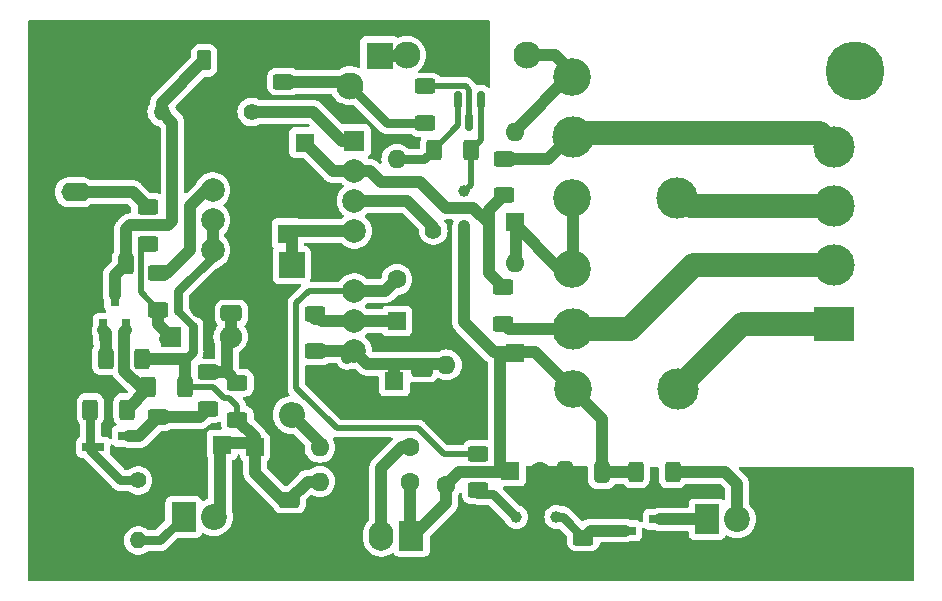
<source format=gbr>
%TF.GenerationSoftware,KiCad,Pcbnew,7.0.9*%
%TF.CreationDate,2023-11-29T12:33:44+01:00*%
%TF.ProjectId,Zabezpieczenie UPC1237,5a616265-7a70-4696-9563-7a656e696520,rev?*%
%TF.SameCoordinates,Original*%
%TF.FileFunction,Copper,L2,Bot*%
%TF.FilePolarity,Positive*%
%FSLAX46Y46*%
G04 Gerber Fmt 4.6, Leading zero omitted, Abs format (unit mm)*
G04 Created by KiCad (PCBNEW 7.0.9) date 2023-11-29 12:33:44*
%MOMM*%
%LPD*%
G01*
G04 APERTURE LIST*
G04 Aperture macros list*
%AMRoundRect*
0 Rectangle with rounded corners*
0 $1 Rounding radius*
0 $2 $3 $4 $5 $6 $7 $8 $9 X,Y pos of 4 corners*
0 Add a 4 corners polygon primitive as box body*
4,1,4,$2,$3,$4,$5,$6,$7,$8,$9,$2,$3,0*
0 Add four circle primitives for the rounded corners*
1,1,$1+$1,$2,$3*
1,1,$1+$1,$4,$5*
1,1,$1+$1,$6,$7*
1,1,$1+$1,$8,$9*
0 Add four rect primitives between the rounded corners*
20,1,$1+$1,$2,$3,$4,$5,0*
20,1,$1+$1,$4,$5,$6,$7,0*
20,1,$1+$1,$6,$7,$8,$9,0*
20,1,$1+$1,$8,$9,$2,$3,0*%
G04 Aperture macros list end*
%TA.AperFunction,ComponentPad*%
%ADD10O,1.400000X1.400000*%
%TD*%
%TA.AperFunction,ComponentPad*%
%ADD11C,1.400000*%
%TD*%
%TA.AperFunction,ComponentPad*%
%ADD12RoundRect,0.250000X-0.350000X-0.625000X0.350000X-0.625000X0.350000X0.625000X-0.350000X0.625000X0*%
%TD*%
%TA.AperFunction,ComponentPad*%
%ADD13O,1.200000X1.750000*%
%TD*%
%TA.AperFunction,ComponentPad*%
%ADD14R,1.600000X1.600000*%
%TD*%
%TA.AperFunction,ComponentPad*%
%ADD15C,1.600000*%
%TD*%
%TA.AperFunction,ComponentPad*%
%ADD16R,2.200000X2.200000*%
%TD*%
%TA.AperFunction,ComponentPad*%
%ADD17O,2.200000X2.200000*%
%TD*%
%TA.AperFunction,ComponentPad*%
%ADD18O,1.600000X1.600000*%
%TD*%
%TA.AperFunction,ComponentPad*%
%ADD19C,2.300000*%
%TD*%
%TA.AperFunction,ComponentPad*%
%ADD20R,1.800000X1.800000*%
%TD*%
%TA.AperFunction,ComponentPad*%
%ADD21C,2.000000*%
%TD*%
%TA.AperFunction,ComponentPad*%
%ADD22C,1.900000*%
%TD*%
%TA.AperFunction,ComponentPad*%
%ADD23R,3.500000X3.000000*%
%TD*%
%TA.AperFunction,ComponentPad*%
%ADD24C,3.500000*%
%TD*%
%TA.AperFunction,ComponentPad*%
%ADD25R,2.100000X2.500000*%
%TD*%
%TA.AperFunction,ComponentPad*%
%ADD26C,2.200000*%
%TD*%
%TA.AperFunction,ComponentPad*%
%ADD27C,3.200000*%
%TD*%
%TA.AperFunction,ComponentPad*%
%ADD28RoundRect,0.312500X0.937500X-0.437500X0.937500X0.437500X-0.937500X0.437500X-0.937500X-0.437500X0*%
%TD*%
%TA.AperFunction,ComponentPad*%
%ADD29O,2.500000X1.600000*%
%TD*%
%TA.AperFunction,ComponentPad*%
%ADD30O,2.100000X2.500000*%
%TD*%
%TA.AperFunction,ComponentPad*%
%ADD31R,2.300000X2.300000*%
%TD*%
%TA.AperFunction,ComponentPad*%
%ADD32C,1.700000*%
%TD*%
%TA.AperFunction,ComponentPad*%
%ADD33R,1.500000X1.500000*%
%TD*%
%TA.AperFunction,ComponentPad*%
%ADD34O,1.500000X1.500000*%
%TD*%
%TA.AperFunction,SMDPad,CuDef*%
%ADD35R,1.900000X0.800000*%
%TD*%
%TA.AperFunction,SMDPad,CuDef*%
%ADD36RoundRect,0.250000X0.650000X-0.412500X0.650000X0.412500X-0.650000X0.412500X-0.650000X-0.412500X0*%
%TD*%
%TA.AperFunction,SMDPad,CuDef*%
%ADD37R,0.800000X1.900000*%
%TD*%
%TA.AperFunction,ComponentPad*%
%ADD38C,5.000000*%
%TD*%
%TA.AperFunction,SMDPad,CuDef*%
%ADD39RoundRect,0.250000X0.625000X-0.400000X0.625000X0.400000X-0.625000X0.400000X-0.625000X-0.400000X0*%
%TD*%
%TA.AperFunction,SMDPad,CuDef*%
%ADD40RoundRect,0.250000X0.400000X0.625000X-0.400000X0.625000X-0.400000X-0.625000X0.400000X-0.625000X0*%
%TD*%
%TA.AperFunction,SMDPad,CuDef*%
%ADD41RoundRect,0.250000X-0.400000X-0.625000X0.400000X-0.625000X0.400000X0.625000X-0.400000X0.625000X0*%
%TD*%
%TA.AperFunction,SMDPad,CuDef*%
%ADD42RoundRect,0.250000X-0.412500X-0.650000X0.412500X-0.650000X0.412500X0.650000X-0.412500X0.650000X0*%
%TD*%
%TA.AperFunction,SMDPad,CuDef*%
%ADD43RoundRect,0.250000X-0.625000X0.400000X-0.625000X-0.400000X0.625000X-0.400000X0.625000X0.400000X0*%
%TD*%
%TA.AperFunction,SMDPad,CuDef*%
%ADD44RoundRect,0.150000X-0.150000X0.587500X-0.150000X-0.587500X0.150000X-0.587500X0.150000X0.587500X0*%
%TD*%
%TA.AperFunction,SMDPad,CuDef*%
%ADD45RoundRect,0.250000X-0.650000X0.412500X-0.650000X-0.412500X0.650000X-0.412500X0.650000X0.412500X0*%
%TD*%
%TA.AperFunction,ViaPad*%
%ADD46C,1.500000*%
%TD*%
%TA.AperFunction,ViaPad*%
%ADD47C,1.000000*%
%TD*%
%TA.AperFunction,Conductor*%
%ADD48C,1.000000*%
%TD*%
%TA.AperFunction,Conductor*%
%ADD49C,0.500000*%
%TD*%
%TA.AperFunction,Conductor*%
%ADD50C,0.800000*%
%TD*%
%TA.AperFunction,Conductor*%
%ADD51C,0.700000*%
%TD*%
%TA.AperFunction,Conductor*%
%ADD52C,2.000000*%
%TD*%
%TA.AperFunction,Conductor*%
%ADD53C,0.300000*%
%TD*%
G04 APERTURE END LIST*
D10*
%TO.P,R17,2*%
%TO.N,Net-(J3-Pin_1)*%
X109290000Y-104500000D03*
D11*
%TO.P,R17,1*%
%TO.N,/OVERLOAD_DET*%
X116910000Y-104500000D03*
%TD*%
D12*
%TO.P,J3,1,Pin_1*%
%TO.N,Net-(J3-Pin_1)*%
X112900000Y-100150000D03*
D13*
%TO.P,J3,2,Pin_2*%
%TO.N,GND*%
X114900000Y-100150000D03*
%TD*%
D14*
%TO.P,C4,1*%
%TO.N,Net-(U1-VCC_ON_Mute)*%
X129194888Y-122200000D03*
D15*
%TO.P,C4,2*%
%TO.N,GND*%
X131694888Y-122200000D03*
%TD*%
D16*
%TO.P,D1,1,K*%
%TO.N,Net-(D1-K)*%
X120300000Y-117450000D03*
D17*
%TO.P,D1,2,A*%
%TO.N,Net-(D1-A)*%
X120300000Y-130150000D03*
%TD*%
D15*
%TO.P,R6,1*%
%TO.N,/INPUT_AC*%
X130310000Y-132900000D03*
D18*
%TO.P,R6,2*%
%TO.N,Net-(D1-A)*%
X122690000Y-132900000D03*
%TD*%
D14*
%TO.P,C5,1*%
%TO.N,Net-(D3-K)*%
X114405113Y-132700000D03*
D15*
%TO.P,C5,2*%
%TO.N,GND*%
X111905113Y-132700000D03*
%TD*%
D19*
%TO.P,R22,1*%
%TO.N,Net-(Q5-C)*%
X130020000Y-99700000D03*
%TO.P,R22,2*%
%TO.N,Net-(D2-A)*%
X140180000Y-99700000D03*
%TD*%
D14*
%TO.P,D2,1,K*%
%TO.N,Net-(D2-K)*%
X139200000Y-113810000D03*
D18*
%TO.P,D2,2,A*%
%TO.N,Net-(D2-A)*%
X139200000Y-106190000D03*
%TD*%
D14*
%TO.P,C7,1*%
%TO.N,Net-(U1-+VCC)*%
X129000000Y-127294888D03*
D15*
%TO.P,C7,2*%
%TO.N,GND*%
X129000000Y-129794888D03*
%TD*%
D20*
%TO.P,U1,1,Overload_Detector*%
%TO.N,/OVERLOAD_DET*%
X125600000Y-106960000D03*
D21*
%TO.P,U1,2,Output_Offset_Det.*%
%TO.N,Net-(U1-Output_Offset_Det.)*%
X125600000Y-109500000D03*
%TO.P,U1,3,Latch/Automat_Reset*%
%TO.N,Net-(U1-Latch{slash}Automat_Reset)*%
X125600000Y-112040000D03*
%TO.P,U1,4,AC_OFF_Detector*%
%TO.N,Net-(D1-K)*%
X125600000Y-114580000D03*
%TO.P,U1,5,GND*%
%TO.N,GND*%
X125600000Y-117120000D03*
%TO.P,U1,6,Output_Relay_Driver*%
%TO.N,Net-(U1-Output_Relay_Driver)*%
X125600000Y-119660000D03*
%TO.P,U1,7,VCC_ON_Mute*%
%TO.N,Net-(U1-VCC_ON_Mute)*%
X125600000Y-122200000D03*
%TO.P,U1,8,+VCC*%
%TO.N,Net-(U1-+VCC)*%
X125600000Y-124740000D03*
%TD*%
D20*
%TO.P,U2,1,REF*%
%TO.N,Net-(U2-REF)*%
X110050000Y-123550000D03*
D22*
%TO.P,U2,2,A*%
%TO.N,GND*%
X112590000Y-121010000D03*
%TO.P,U2,3,K*%
%TO.N,Net-(U2-K)*%
X115130000Y-123550000D03*
%TD*%
D23*
%TO.P,J4,1,Pin_1*%
%TO.N,/INPUT_L*%
X166200000Y-122500000D03*
D24*
%TO.P,J4,2,Pin_2*%
%TO.N,Net-(J4-Pin_2)*%
X166200000Y-117500000D03*
%TO.P,J4,3,Pin_3*%
%TO.N,/OUPUT_R*%
X166200000Y-112500000D03*
%TO.P,J4,4,Pin_4*%
%TO.N,/INPUT_R*%
X166200000Y-107500000D03*
%TD*%
D15*
%TO.P,R4,1*%
%TO.N,/VCC*%
X133400000Y-136080000D03*
D18*
%TO.P,R4,2*%
%TO.N,Net-(U1-+VCC)*%
X133400000Y-125920000D03*
%TD*%
D15*
%TO.P,R5,1*%
%TO.N,Net-(U1-Output_Relay_Driver)*%
X129200000Y-118680000D03*
D18*
%TO.P,R5,2*%
%TO.N,Net-(Q4-B)*%
X129200000Y-108520000D03*
%TD*%
D14*
%TO.P,C2,1*%
%TO.N,Net-(D1-K)*%
X119900000Y-114805113D03*
D15*
%TO.P,C2,2*%
%TO.N,GND*%
X119900000Y-112305113D03*
%TD*%
D25*
%TO.P,D5,1,K*%
%TO.N,Net-(D5-K)*%
X155460000Y-139000000D03*
D26*
%TO.P,D5,2,A*%
%TO.N,Net-(D5-A)*%
X158000000Y-139000000D03*
%TD*%
D25*
%TO.P,D4,1,K*%
%TO.N,Net-(D4-K)*%
X111160000Y-138800000D03*
D26*
%TO.P,D4,2,A*%
%TO.N,Net-(D3-K)*%
X113700000Y-138800000D03*
%TD*%
D11*
%TO.P,C3,1*%
%TO.N,Net-(U1-Latch{slash}Automat_Reset)*%
X132300000Y-114550000D03*
%TO.P,C3,2*%
%TO.N,GND*%
X132300000Y-117050000D03*
%TD*%
%TO.P,R11,1*%
%TO.N,Net-(Q2-C)*%
X107300000Y-135710000D03*
D10*
%TO.P,R11,2*%
%TO.N,Net-(D4-K)*%
X107300000Y-140790000D03*
%TD*%
D14*
%TO.P,C9,1*%
%TO.N,/VCC*%
X138800000Y-134900000D03*
D15*
%TO.P,C9,2*%
%TO.N,GND*%
X141300000Y-134900000D03*
%TD*%
D24*
%TO.P,K2,13*%
%TO.N,Net-(J4-Pin_2)*%
X144120000Y-122890000D03*
%TO.P,K2,14*%
%TO.N,/INPUT_L*%
X152990000Y-128000000D03*
D27*
%TO.P,K2,A1*%
%TO.N,Net-(D2-K)*%
X144050000Y-117810000D03*
%TO.P,K2,A2*%
%TO.N,/VCC*%
X144100000Y-128000000D03*
%TD*%
D28*
%TO.P,J1,1,Pin_1*%
%TO.N,GND*%
X102000000Y-113300000D03*
D29*
%TO.P,J1,2,Pin_2*%
%TO.N,Net-(J1-Pin_2)*%
X102000000Y-111300000D03*
%TD*%
D27*
%TO.P,K1,A2*%
%TO.N,Net-(D2-K)*%
X144060000Y-111760000D03*
%TO.P,K1,A1*%
%TO.N,Net-(D2-A)*%
X144010000Y-101570000D03*
D24*
%TO.P,K1,14*%
%TO.N,/OUPUT_R*%
X152950000Y-111760000D03*
%TO.P,K1,13*%
%TO.N,/INPUT_R*%
X144080000Y-106650000D03*
%TD*%
D14*
%TO.P,D6,1,K*%
%TO.N,/VCC*%
X139200000Y-124910000D03*
D18*
%TO.P,D6,2,A*%
%TO.N,Net-(D2-K)*%
X139200000Y-117290000D03*
%TD*%
D25*
%TO.P,J2,1,Pin_1*%
%TO.N,/VCC*%
X130440000Y-140400000D03*
D30*
%TO.P,J2,2,Pin_2*%
%TO.N,/INPUT_AC*%
X127900000Y-140400000D03*
%TO.P,J2,3,Pin_3*%
%TO.N,GND*%
X125360000Y-140400000D03*
%TD*%
D31*
%TO.P,Q5,1,C*%
%TO.N,Net-(Q5-C)*%
X127750000Y-99750000D03*
D19*
%TO.P,Q5,2,B*%
%TO.N,Net-(Q5-B)*%
X125210000Y-102290000D03*
%TO.P,Q5,3,E*%
%TO.N,GND*%
X122670000Y-99750000D03*
%TD*%
D14*
%TO.P,C1,1*%
%TO.N,Net-(U1-Output_Offset_Det.)*%
X121382380Y-107100000D03*
D15*
%TO.P,C1,2*%
%TO.N,GND*%
X118882380Y-107100000D03*
%TD*%
D32*
%TO.P,REF\u002A\u002A,1*%
%TO.N,GND*%
X132300000Y-119400000D03*
%TD*%
D33*
%TO.P,D3,1,K*%
%TO.N,Net-(D3-K)*%
X117200000Y-132885000D03*
D34*
%TO.P,D3,2,A*%
%TO.N,GND*%
X117200000Y-140505000D03*
%TD*%
D15*
%TO.P,R16,1*%
%TO.N,/VCC*%
X130310000Y-135800000D03*
D18*
%TO.P,R16,2*%
%TO.N,Net-(D3-K)*%
X122690000Y-135800000D03*
%TD*%
D21*
%TO.P,RV1,1,1*%
%TO.N,Net-(R12-Pad2)*%
X113600000Y-111120000D03*
%TO.P,RV1,2,2*%
%TO.N,Net-(D3-K)*%
X113600000Y-113660000D03*
%TO.P,RV1,3,3*%
X113600000Y-116200000D03*
%TD*%
D35*
%TO.P,Q2,1,B*%
%TO.N,Net-(Q2-B)*%
X106500000Y-131950000D03*
%TO.P,Q2,2,E*%
%TO.N,GND*%
X106500000Y-133850000D03*
%TO.P,Q2,3,C*%
%TO.N,Net-(Q2-C)*%
X103500000Y-132900000D03*
%TD*%
D36*
%TO.P,C11,1*%
%TO.N,Net-(U2-K)*%
X115200000Y-121562500D03*
%TO.P,C11,2*%
%TO.N,GND*%
X115200000Y-118437500D03*
%TD*%
D37*
%TO.P,Q1,1,B*%
%TO.N,Net-(Q1-B)*%
X106250000Y-123000000D03*
%TO.P,Q1,2,E*%
%TO.N,Net-(Q1-E)*%
X104350000Y-123000000D03*
%TO.P,Q1,3,C*%
%TO.N,Net-(J3-Pin_1)*%
X105300000Y-120000000D03*
%TD*%
D38*
%TO.P,REF\u002A\u002A,1*%
%TO.N,GND*%
X103000000Y-101000000D03*
%TD*%
D39*
%TO.P,R1,1*%
%TO.N,Net-(U1-Output_Offset_Det.)*%
X138300000Y-111550000D03*
%TO.P,R1,2*%
%TO.N,/INPUT_R*%
X138300000Y-108450000D03*
%TD*%
D36*
%TO.P,C8,1*%
%TO.N,GND*%
X131300000Y-129362500D03*
%TO.P,C8,2*%
%TO.N,Net-(U1-+VCC)*%
X131300000Y-126237500D03*
%TD*%
D40*
%TO.P,R20,1*%
%TO.N,Net-(D5-A)*%
X152550000Y-135000000D03*
%TO.P,R20,2*%
%TO.N,/VCC*%
X149450000Y-135000000D03*
%TD*%
D41*
%TO.P,R8,1*%
%TO.N,GND*%
X103150000Y-117400000D03*
%TO.P,R8,2*%
%TO.N,Net-(J3-Pin_1)*%
X106250000Y-117400000D03*
%TD*%
D42*
%TO.P,C10,1*%
%TO.N,GND*%
X143437500Y-135000000D03*
%TO.P,C10,2*%
%TO.N,/VCC*%
X146562500Y-135000000D03*
%TD*%
D38*
%TO.P,REF\u002A\u002A,1*%
%TO.N,GND*%
X168000000Y-140000000D03*
%TD*%
D39*
%TO.P,R18,1*%
%TO.N,Net-(D3-K)*%
X115700000Y-130550000D03*
%TO.P,R18,2*%
%TO.N,Net-(U2-K)*%
X115700000Y-127450000D03*
%TD*%
D41*
%TO.P,R24,1*%
%TO.N,Net-(Q4-B)*%
X132350000Y-107700000D03*
%TO.P,R24,2*%
%TO.N,/VCC*%
X135450000Y-107700000D03*
%TD*%
D43*
%TO.P,R19,1*%
%TO.N,Net-(U1-Output_Relay_Driver)*%
X136100000Y-133450000D03*
%TO.P,R19,2*%
%TO.N,Net-(Q3-B)*%
X136100000Y-136550000D03*
%TD*%
D39*
%TO.P,R14,1*%
%TO.N,GND*%
X109000000Y-133450000D03*
%TO.P,R14,2*%
%TO.N,Net-(Q2-B)*%
X109000000Y-130350000D03*
%TD*%
D38*
%TO.P,REF\u002A\u002A,1*%
%TO.N,N/C*%
X168000000Y-101000000D03*
%TD*%
D43*
%TO.P,R21,1*%
%TO.N,GND*%
X145000000Y-137450000D03*
%TO.P,R21,2*%
%TO.N,Net-(Q3-B)*%
X145000000Y-140550000D03*
%TD*%
D39*
%TO.P,R23,1*%
%TO.N,Net-(Q5-B)*%
X131600000Y-105450000D03*
%TO.P,R23,2*%
%TO.N,Net-(Q4-C)*%
X131600000Y-102350000D03*
%TD*%
D41*
%TO.P,R9,1*%
%TO.N,Net-(Q1-E)*%
X104550000Y-125400000D03*
%TO.P,R9,2*%
%TO.N,Net-(D3-K)*%
X107650000Y-125400000D03*
%TD*%
D39*
%TO.P,R12,1*%
%TO.N,Net-(U2-REF)*%
X109000000Y-121250000D03*
%TO.P,R12,2*%
%TO.N,Net-(R12-Pad2)*%
X109000000Y-118150000D03*
%TD*%
D44*
%TO.P,Q4,1,B*%
%TO.N,Net-(Q4-B)*%
X134400000Y-103500000D03*
%TO.P,Q4,2,E*%
%TO.N,/VCC*%
X136300000Y-103500000D03*
%TO.P,Q4,3,C*%
%TO.N,Net-(Q4-C)*%
X135350000Y-105375000D03*
%TD*%
D45*
%TO.P,C6,1*%
%TO.N,Net-(D3-K)*%
X120100000Y-137337500D03*
%TO.P,C6,2*%
%TO.N,GND*%
X120100000Y-140462500D03*
%TD*%
D43*
%TO.P,R2,1*%
%TO.N,Net-(U1-Output_Offset_Det.)*%
X138200000Y-119350000D03*
%TO.P,R2,2*%
%TO.N,Net-(J4-Pin_2)*%
X138200000Y-122450000D03*
%TD*%
%TO.P,R13,1*%
%TO.N,Net-(J1-Pin_2)*%
X108100000Y-112550000D03*
%TO.P,R13,2*%
%TO.N,Net-(U2-REF)*%
X108100000Y-115650000D03*
%TD*%
%TO.P,R7,1*%
%TO.N,Net-(U2-K)*%
X113200000Y-126550000D03*
%TO.P,R7,2*%
%TO.N,Net-(Q2-B)*%
X113200000Y-129650000D03*
%TD*%
D39*
%TO.P,R25,1*%
%TO.N,Net-(Q5-B)*%
X119600000Y-101950000D03*
%TO.P,R25,2*%
%TO.N,GND*%
X119600000Y-98850000D03*
%TD*%
D35*
%TO.P,Q3,1,B*%
%TO.N,Net-(Q3-B)*%
X148500000Y-139950000D03*
%TO.P,Q3,2,E*%
%TO.N,GND*%
X148500000Y-138050000D03*
%TO.P,Q3,3,C*%
%TO.N,Net-(D5-K)*%
X151500000Y-139000000D03*
%TD*%
D41*
%TO.P,R15,1*%
%TO.N,Net-(Q1-B)*%
X108150000Y-127800000D03*
%TO.P,R15,2*%
%TO.N,Net-(D3-K)*%
X111250000Y-127800000D03*
%TD*%
D43*
%TO.P,R3,1*%
%TO.N,Net-(U1-VCC_ON_Mute)*%
X122300000Y-121650000D03*
%TO.P,R3,2*%
%TO.N,Net-(U1-+VCC)*%
X122300000Y-124750000D03*
%TD*%
D38*
%TO.P,REF\u002A\u002A,1*%
%TO.N,GND*%
X103000000Y-140000000D03*
%TD*%
D41*
%TO.P,R10,1*%
%TO.N,Net-(Q2-C)*%
X103250000Y-129700000D03*
%TO.P,R10,2*%
%TO.N,Net-(Q1-B)*%
X106350000Y-129700000D03*
%TD*%
D46*
%TO.N,GND*%
X125400000Y-129300000D03*
X125400000Y-133700000D03*
X118600000Y-127200000D03*
X122500000Y-127200000D03*
D47*
%TO.N,Net-(Q3-B)*%
X142700000Y-138800000D03*
X139300000Y-138800000D03*
%TO.N,/VCC*%
X134900000Y-114200000D03*
X134900000Y-111200000D03*
%TD*%
D48*
%TO.N,Net-(D1-A)*%
X122690000Y-132540000D02*
X120300000Y-130150000D01*
X122690000Y-132900000D02*
X122690000Y-132540000D01*
X120100000Y-129950000D02*
X120000000Y-129950000D01*
X120300000Y-130150000D02*
X120100000Y-129950000D01*
%TO.N,Net-(D1-K)*%
X120020000Y-114580000D02*
X125600000Y-114580000D01*
X120300000Y-114860000D02*
X120020000Y-114580000D01*
X120300000Y-117450000D02*
X120300000Y-114860000D01*
D49*
%TO.N,Net-(U1-Output_Relay_Driver)*%
X131000000Y-131300000D02*
X133150000Y-133450000D01*
X124100000Y-131300000D02*
X131000000Y-131300000D01*
X120700000Y-127900000D02*
X124100000Y-131300000D01*
X120700000Y-120700000D02*
X120700000Y-127900000D01*
X133150000Y-133450000D02*
X136100000Y-133450000D01*
X121740000Y-119660000D02*
X120700000Y-120700000D01*
X125600000Y-119660000D02*
X121740000Y-119660000D01*
D48*
%TO.N,Net-(J3-Pin_1)*%
X109290000Y-103760000D02*
X112900000Y-100150000D01*
X109290000Y-104500000D02*
X109290000Y-103760000D01*
X110200000Y-113700000D02*
X110200000Y-105410000D01*
X106600000Y-114100000D02*
X109800000Y-114100000D01*
X106250000Y-117400000D02*
X106250000Y-114450000D01*
X106250000Y-114450000D02*
X106600000Y-114100000D01*
X109800000Y-114100000D02*
X110200000Y-113700000D01*
X110200000Y-105410000D02*
X109290000Y-104500000D01*
D50*
%TO.N,Net-(Q3-B)*%
X139300000Y-138800000D02*
X137350000Y-136850000D01*
X137350000Y-136850000D02*
X136000000Y-136850000D01*
X142700000Y-138800000D02*
X143250000Y-138800000D01*
X143250000Y-138800000D02*
X145000000Y-140550000D01*
D49*
%TO.N,/VCC*%
X135450000Y-110650000D02*
X135450000Y-107700000D01*
X134900000Y-111200000D02*
X135450000Y-110650000D01*
D48*
X137410000Y-124810000D02*
X138900000Y-124810000D01*
X134900000Y-122300000D02*
X137410000Y-124810000D01*
X134900000Y-114200000D02*
X134900000Y-122300000D01*
%TO.N,Net-(U1-Output_Offset_Det.)*%
X127850000Y-110400000D02*
X126950000Y-109500000D01*
X126950000Y-109500000D02*
X125600000Y-109500000D01*
X131150000Y-110400000D02*
X127850000Y-110400000D01*
X133350000Y-112600000D02*
X131150000Y-110400000D01*
X135650000Y-112600000D02*
X133350000Y-112600000D01*
X137000000Y-113950000D02*
X135650000Y-112600000D01*
%TO.N,Net-(D2-K)*%
X139200000Y-114010000D02*
X142960000Y-117770000D01*
X142960000Y-117770000D02*
X144010000Y-117770000D01*
X139200000Y-113810000D02*
X139200000Y-114010000D01*
X139300000Y-117190000D02*
X139300000Y-113910000D01*
X139200000Y-117290000D02*
X139300000Y-117190000D01*
X139300000Y-113910000D02*
X139200000Y-113810000D01*
%TO.N,Net-(J4-Pin_2)*%
X138700000Y-122850000D02*
X144080000Y-122850000D01*
X138200000Y-122350000D02*
X138700000Y-122850000D01*
%TO.N,/VCC*%
X140910000Y-124810000D02*
X144060000Y-127960000D01*
X138900000Y-124810000D02*
X140910000Y-124810000D01*
%TO.N,Net-(U2-K)*%
X115130000Y-123550000D02*
X115130000Y-122032500D01*
%TO.N,/OVERLOAD_DET*%
X124560000Y-106960000D02*
X125600000Y-106960000D01*
X122100000Y-104500000D02*
X124560000Y-106960000D01*
X116910000Y-104500000D02*
X122100000Y-104500000D01*
%TO.N,Net-(U1-Output_Offset_Det.)*%
X137000000Y-113950000D02*
X137000000Y-112850000D01*
X138300000Y-111550000D02*
X137900000Y-111550000D01*
X137000000Y-118150000D02*
X137000000Y-113950000D01*
X138200000Y-119350000D02*
X137000000Y-118150000D01*
X123782380Y-109500000D02*
X125600000Y-109500000D01*
X137000000Y-112850000D02*
X138300000Y-111550000D01*
X121382380Y-107100000D02*
X123782380Y-109500000D01*
D49*
X125850000Y-109750000D02*
X125600000Y-109500000D01*
D48*
%TO.N,Net-(U1-Latch{slash}Automat_Reset)*%
X125600000Y-112040000D02*
X130090000Y-112040000D01*
X132300000Y-114250000D02*
X132300000Y-114550000D01*
X130090000Y-112040000D02*
X132300000Y-114250000D01*
%TO.N,Net-(U1-VCC_ON_Mute)*%
X125600000Y-122200000D02*
X129400000Y-122200000D01*
X122300000Y-121650000D02*
X122300000Y-122050000D01*
X122850000Y-122200000D02*
X122300000Y-121650000D01*
X125600000Y-122200000D02*
X122850000Y-122200000D01*
D49*
%TO.N,Net-(D3-K)*%
X115000000Y-128700000D02*
X114525000Y-128700000D01*
D48*
X121637500Y-135800000D02*
X122690000Y-135800000D01*
X113600000Y-116800000D02*
X113600000Y-113660000D01*
D50*
X111927258Y-122610000D02*
X111927258Y-124832692D01*
X110700000Y-119700000D02*
X110700000Y-121382742D01*
D48*
X120100000Y-137337500D02*
X121637500Y-135800000D01*
X113700000Y-138800000D02*
X114200000Y-138300000D01*
D49*
X120100000Y-137337500D02*
X119300000Y-137337500D01*
D48*
X116815000Y-132500000D02*
X117200000Y-132885000D01*
X117200000Y-132050000D02*
X115700000Y-130550000D01*
X111140050Y-125400000D02*
X107650000Y-125400000D01*
X117200000Y-135037500D02*
X117200000Y-132885000D01*
X114200000Y-132500000D02*
X116815000Y-132500000D01*
X117200000Y-132885000D02*
X117200000Y-132050000D01*
D51*
X110700000Y-121382742D02*
X111927258Y-122610000D01*
D48*
X111250000Y-125509950D02*
X111140050Y-125400000D01*
D50*
X111927258Y-124832692D02*
X111250000Y-125509950D01*
D49*
X115700000Y-129400000D02*
X115000000Y-128700000D01*
D48*
X120100000Y-137337500D02*
X119500000Y-137337500D01*
D50*
X113600000Y-116800000D02*
X110700000Y-119700000D01*
D48*
X119500000Y-137337500D02*
X117200000Y-135037500D01*
D49*
X113625000Y-127800000D02*
X111250000Y-127800000D01*
D48*
X111250000Y-127800000D02*
X111250000Y-125509950D01*
D49*
X115700000Y-130550000D02*
X115700000Y-129400000D01*
X114525000Y-128700000D02*
X113625000Y-127800000D01*
D48*
X114200000Y-138300000D02*
X114200000Y-132500000D01*
D49*
X119300000Y-137337500D02*
X119000000Y-137037500D01*
D48*
%TO.N,Net-(U1-+VCC)*%
X125000000Y-125340000D02*
X125600000Y-124740000D01*
X133317500Y-125837500D02*
X129000000Y-125837500D01*
X129000000Y-125837500D02*
X129000000Y-127000000D01*
X125600000Y-124740000D02*
X122710000Y-124740000D01*
X126697500Y-125837500D02*
X125600000Y-124740000D01*
X129000000Y-125837500D02*
X126697500Y-125837500D01*
X133400000Y-125920000D02*
X133317500Y-125837500D01*
%TO.N,Net-(D2-A)*%
X144060000Y-101240000D02*
X139110000Y-106190000D01*
X142550000Y-99700000D02*
X144060000Y-101210000D01*
X140180000Y-99700000D02*
X142550000Y-99700000D01*
X139110000Y-106190000D02*
X139000000Y-106190000D01*
X144060000Y-101210000D02*
X144060000Y-101240000D01*
D50*
%TO.N,Net-(D4-K)*%
X109170000Y-140790000D02*
X111160000Y-138800000D01*
X107300000Y-140790000D02*
X109170000Y-140790000D01*
D48*
%TO.N,Net-(D5-K)*%
X155460000Y-139000000D02*
X151500000Y-139000000D01*
%TO.N,Net-(D5-A)*%
X157000000Y-135000000D02*
X152550000Y-135000000D01*
X158000000Y-136000000D02*
X157000000Y-135000000D01*
X158000000Y-139000000D02*
X158000000Y-136000000D01*
%TO.N,/INPUT_AC*%
X129600000Y-132900000D02*
X130310000Y-132900000D01*
X127860000Y-139860000D02*
X127860000Y-134640000D01*
X128200000Y-140200000D02*
X127860000Y-139860000D01*
X127860000Y-134640000D02*
X129600000Y-132900000D01*
%TO.N,Net-(D2-K)*%
X144110000Y-117670000D02*
X144010000Y-117770000D01*
X144110000Y-111400000D02*
X144110000Y-117670000D01*
D52*
%TO.N,/OUPUT_R*%
X166200000Y-112500000D02*
X154100000Y-112500000D01*
X154100000Y-112500000D02*
X153000000Y-111400000D01*
%TO.N,/INPUT_R*%
X144130000Y-106290000D02*
X164990000Y-106290000D01*
X164990000Y-106290000D02*
X166200000Y-107500000D01*
D48*
X141970000Y-108450000D02*
X144130000Y-106290000D01*
X138300000Y-108450000D02*
X141970000Y-108450000D01*
D53*
%TO.N,Net-(Q1-B)*%
X106350000Y-129700000D02*
X106350000Y-129600000D01*
D48*
X106250000Y-123000000D02*
X106100000Y-123150000D01*
X106100000Y-126400000D02*
X107500000Y-127800000D01*
X107500000Y-127800000D02*
X108150000Y-127800000D01*
X108150000Y-127900000D02*
X106350000Y-129700000D01*
X108150000Y-127800000D02*
X108150000Y-127900000D01*
X106100000Y-123150000D02*
X106100000Y-126400000D01*
%TO.N,Net-(Q1-E)*%
X104550000Y-123200000D02*
X104350000Y-123000000D01*
X104550000Y-125400000D02*
X104550000Y-123200000D01*
%TO.N,Net-(Q2-B)*%
X106500000Y-131950000D02*
X107400000Y-131950000D01*
X109000000Y-130350000D02*
X112500000Y-130350000D01*
X107400000Y-131950000D02*
X109000000Y-130350000D01*
X112500000Y-130350000D02*
X113200000Y-129650000D01*
%TO.N,Net-(J3-Pin_1)*%
X105300000Y-118350000D02*
X106250000Y-117400000D01*
X105300000Y-120000000D02*
X105300000Y-118350000D01*
%TO.N,Net-(Q3-B)*%
X148500000Y-139950000D02*
X145600000Y-139950000D01*
D49*
X136000000Y-136850000D02*
X135700000Y-136550000D01*
D48*
X145600000Y-139950000D02*
X145000000Y-140550000D01*
%TO.N,Net-(U1-Output_Relay_Driver)*%
X128220000Y-119660000D02*
X129300000Y-118580000D01*
X125600000Y-119660000D02*
X128220000Y-119660000D01*
%TO.N,Net-(U2-K)*%
X115700000Y-127450000D02*
X114800000Y-126550000D01*
X114800000Y-126550000D02*
X113200000Y-126550000D01*
X114800000Y-126550000D02*
X114800000Y-123880000D01*
X114800000Y-123880000D02*
X115130000Y-123550000D01*
%TO.N,Net-(U2-REF)*%
X109550000Y-123750000D02*
X109850000Y-123750000D01*
X110050000Y-123550000D02*
X109000000Y-122500000D01*
D49*
X108100000Y-115650000D02*
X107500000Y-116250000D01*
D48*
X109850000Y-123750000D02*
X110050000Y-123550000D01*
D49*
X107500000Y-119750000D02*
X109000000Y-121250000D01*
D48*
X109000000Y-122500000D02*
X109000000Y-121250000D01*
D49*
X107500000Y-116250000D02*
X107500000Y-119750000D01*
D48*
%TO.N,Net-(R12-Pad2)*%
X113600000Y-111120000D02*
X113080000Y-111120000D01*
D53*
X109000000Y-118150000D02*
X109325000Y-117825000D01*
D48*
X111700000Y-112500000D02*
X111700000Y-116200000D01*
X111700000Y-116200000D02*
X109750000Y-118150000D01*
X109750000Y-118150000D02*
X109000000Y-118150000D01*
X113080000Y-111120000D02*
X111700000Y-112500000D01*
D49*
%TO.N,/OVERLOAD_DET*%
X125600000Y-106960000D02*
X125440000Y-106960000D01*
D52*
%TO.N,Net-(J4-Pin_2)*%
X148950000Y-122850000D02*
X154300000Y-117500000D01*
X154300000Y-117500000D02*
X166200000Y-117500000D01*
X144080000Y-122850000D02*
X148950000Y-122850000D01*
D49*
%TO.N,Net-(Q4-B)*%
X134400000Y-105650000D02*
X132350000Y-107700000D01*
D50*
X129200000Y-108520000D02*
X131530000Y-108520000D01*
D49*
X134400000Y-103500000D02*
X134400000Y-105650000D01*
D50*
X131530000Y-108520000D02*
X132350000Y-107700000D01*
D49*
%TO.N,Net-(Q4-C)*%
X131637500Y-102312500D02*
X131600000Y-102350000D01*
X135350000Y-105375000D02*
X135350000Y-102650000D01*
X135012500Y-102312500D02*
X131637500Y-102312500D01*
X135350000Y-102650000D02*
X135012500Y-102312500D01*
D48*
%TO.N,/VCC*%
X137900000Y-125310000D02*
X137900000Y-134300000D01*
X134480000Y-135000000D02*
X138600000Y-135000000D01*
X146562500Y-135000000D02*
X149450000Y-135000000D01*
D49*
X136300000Y-103500000D02*
X136300000Y-106850000D01*
D48*
X133400000Y-137600000D02*
X133400000Y-136080000D01*
X146562500Y-135000000D02*
X146562500Y-130462500D01*
X130300000Y-140260000D02*
X130440000Y-140400000D01*
X146562500Y-130462500D02*
X144060000Y-127960000D01*
X133400000Y-136080000D02*
X134480000Y-135000000D01*
X130600000Y-140400000D02*
X133400000Y-137600000D01*
D49*
X136300000Y-106850000D02*
X135450000Y-107700000D01*
D48*
X130440000Y-140400000D02*
X130600000Y-140400000D01*
X130310000Y-135800000D02*
X130300000Y-135810000D01*
X130300000Y-135810000D02*
X130300000Y-140260000D01*
X138400000Y-124810000D02*
X137900000Y-125310000D01*
X138900000Y-124810000D02*
X138400000Y-124810000D01*
X137900000Y-134300000D02*
X138600000Y-135000000D01*
D52*
%TO.N,/INPUT_L*%
X158410000Y-122500000D02*
X152950000Y-127960000D01*
X166200000Y-122500000D02*
X158410000Y-122500000D01*
D49*
%TO.N,Net-(Q2-C)*%
X103250000Y-132650000D02*
X103500000Y-132900000D01*
D50*
X103250000Y-132650000D02*
X103250000Y-133150000D01*
X103250000Y-133150000D02*
X105800000Y-135700000D01*
X107290000Y-135700000D02*
X107300000Y-135710000D01*
X105800000Y-135700000D02*
X107290000Y-135700000D01*
X103250000Y-129700000D02*
X103250000Y-132650000D01*
D48*
%TO.N,Net-(J1-Pin_2)*%
X106850000Y-111300000D02*
X108100000Y-112550000D01*
X102000000Y-111300000D02*
X106850000Y-111300000D01*
%TO.N,Net-(Q5-C)*%
X127750000Y-99750000D02*
X130070000Y-99750000D01*
X127750000Y-99750000D02*
X129970000Y-99750000D01*
X129970000Y-99750000D02*
X130020000Y-99800000D01*
%TO.N,Net-(Q5-B)*%
X124870000Y-101950000D02*
X125210000Y-102290000D01*
D50*
X128370000Y-105450000D02*
X125210000Y-102290000D01*
X131600000Y-105450000D02*
X128370000Y-105450000D01*
D48*
X119600000Y-101950000D02*
X124870000Y-101950000D01*
%TD*%
%TA.AperFunction,Conductor*%
%TO.N,GND*%
G36*
X137043039Y-96720185D02*
G01*
X137088794Y-96772989D01*
X137100000Y-96824500D01*
X137100000Y-102343191D01*
X137080315Y-102410230D01*
X137027511Y-102455985D01*
X136958353Y-102465929D01*
X136894797Y-102436904D01*
X136888319Y-102430872D01*
X136851870Y-102394423D01*
X136851862Y-102394417D01*
X136710396Y-102310755D01*
X136710393Y-102310754D01*
X136552573Y-102264902D01*
X136552567Y-102264901D01*
X136515696Y-102262000D01*
X136515694Y-102262000D01*
X136084306Y-102262000D01*
X136084303Y-102262000D01*
X136072216Y-102262951D01*
X136003839Y-102248585D01*
X135956952Y-102204431D01*
X135942712Y-102181344D01*
X135942709Y-102181341D01*
X135938234Y-102175681D01*
X135938280Y-102175643D01*
X135933519Y-102169799D01*
X135933474Y-102169838D01*
X135928834Y-102164308D01*
X135872982Y-102111613D01*
X135588229Y-101826861D01*
X135576449Y-101813230D01*
X135564517Y-101797203D01*
X135562112Y-101793972D01*
X135562110Y-101793970D01*
X135522087Y-101760386D01*
X135518112Y-101756744D01*
X135515190Y-101753822D01*
X135512280Y-101750911D01*
X135486540Y-101730559D01*
X135427709Y-101681194D01*
X135421680Y-101677229D01*
X135421712Y-101677180D01*
X135415353Y-101673128D01*
X135415322Y-101673179D01*
X135409180Y-101669391D01*
X135409178Y-101669390D01*
X135409177Y-101669389D01*
X135369974Y-101651108D01*
X135339558Y-101636924D01*
X135305394Y-101619767D01*
X135270933Y-101602460D01*
X135270931Y-101602459D01*
X135270930Y-101602459D01*
X135264145Y-101599989D01*
X135264165Y-101599933D01*
X135257049Y-101597459D01*
X135257031Y-101597515D01*
X135250171Y-101595242D01*
X135222341Y-101589496D01*
X135174934Y-101579707D01*
X135125972Y-101568103D01*
X135100219Y-101561999D01*
X135093047Y-101561161D01*
X135093053Y-101561101D01*
X135085555Y-101560335D01*
X135085550Y-101560395D01*
X135078360Y-101559765D01*
X135001583Y-101562000D01*
X132936668Y-101562000D01*
X132869629Y-101542315D01*
X132831130Y-101503097D01*
X132817714Y-101481347D01*
X132817711Y-101481343D01*
X132693657Y-101357289D01*
X132693656Y-101357288D01*
X132544334Y-101265186D01*
X132377797Y-101210001D01*
X132377795Y-101210000D01*
X132275016Y-101199500D01*
X131141816Y-101199500D01*
X131074777Y-101179815D01*
X131029022Y-101127011D01*
X131019078Y-101057853D01*
X131048103Y-100994297D01*
X131061273Y-100981220D01*
X131190689Y-100870689D01*
X131359412Y-100673140D01*
X131495154Y-100451628D01*
X131594573Y-100211610D01*
X131655221Y-99958994D01*
X131675604Y-99700000D01*
X131655221Y-99441006D01*
X131594573Y-99188390D01*
X131495154Y-98948372D01*
X131359412Y-98726860D01*
X131190689Y-98529311D01*
X130993140Y-98360588D01*
X130771628Y-98224846D01*
X130771627Y-98224845D01*
X130771623Y-98224843D01*
X130605627Y-98156086D01*
X130531610Y-98125427D01*
X130531611Y-98125427D01*
X130393921Y-98092370D01*
X130278994Y-98064779D01*
X130278992Y-98064778D01*
X130278991Y-98064778D01*
X130020000Y-98044396D01*
X129761009Y-98064778D01*
X129508389Y-98125427D01*
X129311497Y-98206983D01*
X129242027Y-98214452D01*
X129189733Y-98191689D01*
X129142331Y-98156204D01*
X129142328Y-98156202D01*
X129007482Y-98105908D01*
X129007483Y-98105908D01*
X128947883Y-98099501D01*
X128947881Y-98099500D01*
X128947873Y-98099500D01*
X128947864Y-98099500D01*
X126552129Y-98099500D01*
X126552123Y-98099501D01*
X126492516Y-98105908D01*
X126357671Y-98156202D01*
X126357664Y-98156206D01*
X126242455Y-98242452D01*
X126242452Y-98242455D01*
X126156206Y-98357664D01*
X126156202Y-98357671D01*
X126105908Y-98492517D01*
X126099501Y-98552116D01*
X126099500Y-98552135D01*
X126099500Y-100686374D01*
X126079815Y-100753413D01*
X126027011Y-100799168D01*
X125957853Y-100809112D01*
X125928048Y-100800935D01*
X125721614Y-100715428D01*
X125721611Y-100715427D01*
X125583921Y-100682370D01*
X125468994Y-100654779D01*
X125468992Y-100654778D01*
X125468991Y-100654778D01*
X125210000Y-100634396D01*
X124951009Y-100654778D01*
X124698389Y-100715427D01*
X124458373Y-100814844D01*
X124268452Y-100931228D01*
X124203663Y-100949500D01*
X120716196Y-100949500D01*
X120651100Y-100931039D01*
X120544340Y-100865189D01*
X120544335Y-100865187D01*
X120544334Y-100865186D01*
X120377797Y-100810001D01*
X120377795Y-100810000D01*
X120275010Y-100799500D01*
X118924998Y-100799500D01*
X118924981Y-100799501D01*
X118822203Y-100810000D01*
X118822200Y-100810001D01*
X118655668Y-100865185D01*
X118655663Y-100865187D01*
X118506342Y-100957289D01*
X118382289Y-101081342D01*
X118290187Y-101230663D01*
X118290185Y-101230668D01*
X118262349Y-101314670D01*
X118235001Y-101397203D01*
X118235001Y-101397204D01*
X118235000Y-101397204D01*
X118224500Y-101499983D01*
X118224500Y-102400001D01*
X118224501Y-102400019D01*
X118235000Y-102502796D01*
X118235001Y-102502799D01*
X118273710Y-102619614D01*
X118290186Y-102669334D01*
X118382288Y-102818656D01*
X118506344Y-102942712D01*
X118655666Y-103034814D01*
X118822203Y-103089999D01*
X118924991Y-103100500D01*
X120275008Y-103100499D01*
X120377797Y-103089999D01*
X120544334Y-103034814D01*
X120608803Y-102995049D01*
X120651100Y-102968961D01*
X120716196Y-102950500D01*
X123614246Y-102950500D01*
X123681285Y-102970185D01*
X123727040Y-103022989D01*
X123728791Y-103027012D01*
X123734846Y-103041628D01*
X123870588Y-103263140D01*
X124039311Y-103460689D01*
X124236860Y-103629412D01*
X124458372Y-103765154D01*
X124458374Y-103765154D01*
X124458376Y-103765156D01*
X124519693Y-103790554D01*
X124698390Y-103864573D01*
X124951006Y-103925221D01*
X125210000Y-103945604D01*
X125468994Y-103925221D01*
X125484304Y-103921545D01*
X125554085Y-103925031D01*
X125600936Y-103954435D01*
X126646480Y-104999980D01*
X127676236Y-106029736D01*
X127688871Y-106044529D01*
X127697110Y-106055869D01*
X127697112Y-106055871D01*
X127748730Y-106102348D01*
X127751068Y-106104568D01*
X127766620Y-106120120D01*
X127783716Y-106133964D01*
X127786168Y-106136058D01*
X127808887Y-106156514D01*
X127837784Y-106182533D01*
X127845633Y-106187065D01*
X127849920Y-106189540D01*
X127865952Y-106200557D01*
X127876851Y-106209383D01*
X127938714Y-106240903D01*
X127941569Y-106242453D01*
X128001707Y-106277174D01*
X128001712Y-106277177D01*
X128001713Y-106277177D01*
X128001716Y-106277179D01*
X128015050Y-106281511D01*
X128033022Y-106288956D01*
X128045512Y-106295320D01*
X128045514Y-106295320D01*
X128045515Y-106295321D01*
X128063928Y-106300254D01*
X128112601Y-106313296D01*
X128115682Y-106314209D01*
X128181744Y-106335674D01*
X128195688Y-106337139D01*
X128214814Y-106340685D01*
X128224441Y-106343264D01*
X128228355Y-106344313D01*
X128297720Y-106347947D01*
X128300935Y-106348200D01*
X128322808Y-106350500D01*
X128344798Y-106350500D01*
X128348041Y-106350584D01*
X128417388Y-106354219D01*
X128431228Y-106352027D01*
X128450627Y-106350500D01*
X130362770Y-106350500D01*
X130429809Y-106370185D01*
X130450451Y-106386819D01*
X130506344Y-106442712D01*
X130655666Y-106534814D01*
X130822203Y-106589999D01*
X130924991Y-106600500D01*
X131144883Y-106600499D01*
X131211922Y-106620183D01*
X131257677Y-106672987D01*
X131267621Y-106742145D01*
X131262589Y-106763503D01*
X131210001Y-106922203D01*
X131210000Y-106922204D01*
X131199500Y-107024983D01*
X131199500Y-107495500D01*
X131179815Y-107562539D01*
X131127011Y-107608294D01*
X131075500Y-107619500D01*
X130190048Y-107619500D01*
X130123009Y-107599815D01*
X130102371Y-107583185D01*
X130039139Y-107519953D01*
X130039138Y-107519952D01*
X130039137Y-107519951D01*
X129852734Y-107389432D01*
X129852732Y-107389431D01*
X129646497Y-107293261D01*
X129646488Y-107293258D01*
X129426697Y-107234366D01*
X129426693Y-107234365D01*
X129426692Y-107234365D01*
X129426691Y-107234364D01*
X129426686Y-107234364D01*
X129200002Y-107214532D01*
X129199998Y-107214532D01*
X128973313Y-107234364D01*
X128973302Y-107234366D01*
X128753511Y-107293258D01*
X128753502Y-107293261D01*
X128547267Y-107389431D01*
X128547265Y-107389432D01*
X128360858Y-107519954D01*
X128199954Y-107680858D01*
X128069432Y-107867265D01*
X128069431Y-107867267D01*
X127973261Y-108073502D01*
X127973258Y-108073511D01*
X127914366Y-108293302D01*
X127914364Y-108293313D01*
X127894532Y-108519998D01*
X127894532Y-108520001D01*
X127913699Y-108739081D01*
X127899932Y-108807581D01*
X127851317Y-108857764D01*
X127783288Y-108873697D01*
X127717445Y-108850322D01*
X127702490Y-108837569D01*
X127666451Y-108801531D01*
X127605061Y-108736949D01*
X127605060Y-108736948D01*
X127605059Y-108736947D01*
X127577204Y-108717559D01*
X127554709Y-108701902D01*
X127550946Y-108699064D01*
X127503413Y-108660305D01*
X127503406Y-108660300D01*
X127472959Y-108644397D01*
X127466251Y-108640334D01*
X127438049Y-108620705D01*
X127438046Y-108620703D01*
X127438045Y-108620703D01*
X127438041Y-108620701D01*
X127381680Y-108596514D01*
X127377424Y-108594493D01*
X127323057Y-108566094D01*
X127323050Y-108566091D01*
X127323049Y-108566091D01*
X127317008Y-108564362D01*
X127290030Y-108556642D01*
X127282630Y-108554008D01*
X127251057Y-108540459D01*
X127251058Y-108540459D01*
X127190966Y-108528109D01*
X127186391Y-108526986D01*
X127127420Y-108510113D01*
X127127425Y-108510113D01*
X127093158Y-108507503D01*
X127085380Y-108506412D01*
X127051742Y-108499500D01*
X127051741Y-108499500D01*
X126990402Y-108499500D01*
X126985695Y-108499321D01*
X126980121Y-108498896D01*
X126924524Y-108494662D01*
X126904589Y-108497201D01*
X126890440Y-108499003D01*
X126882611Y-108499500D01*
X126853461Y-108499500D01*
X126786422Y-108479815D01*
X126740667Y-108427011D01*
X126730723Y-108357853D01*
X126759748Y-108294297D01*
X126779150Y-108276234D01*
X126825513Y-108241525D01*
X126857546Y-108217546D01*
X126943796Y-108102331D01*
X126994091Y-107967483D01*
X127000500Y-107907873D01*
X127000499Y-106012128D01*
X126994091Y-105952517D01*
X126958169Y-105856206D01*
X126943797Y-105817671D01*
X126943793Y-105817664D01*
X126857547Y-105702455D01*
X126857544Y-105702452D01*
X126742335Y-105616206D01*
X126742328Y-105616202D01*
X126607482Y-105565908D01*
X126607483Y-105565908D01*
X126547883Y-105559501D01*
X126547881Y-105559500D01*
X126547873Y-105559500D01*
X126547864Y-105559500D01*
X124652129Y-105559500D01*
X124652111Y-105559501D01*
X124640943Y-105560702D01*
X124572184Y-105548293D01*
X124540014Y-105525093D01*
X122816452Y-103801531D01*
X122755064Y-103736951D01*
X122755060Y-103736948D01*
X122755059Y-103736947D01*
X122729165Y-103718924D01*
X122704709Y-103701902D01*
X122700946Y-103699064D01*
X122653413Y-103660305D01*
X122653406Y-103660300D01*
X122622959Y-103644397D01*
X122616251Y-103640334D01*
X122588049Y-103620705D01*
X122588046Y-103620703D01*
X122588045Y-103620703D01*
X122588041Y-103620701D01*
X122531680Y-103596514D01*
X122527424Y-103594493D01*
X122473057Y-103566094D01*
X122473050Y-103566091D01*
X122473049Y-103566091D01*
X122467008Y-103564362D01*
X122440030Y-103556642D01*
X122432630Y-103554008D01*
X122401057Y-103540459D01*
X122401058Y-103540459D01*
X122340966Y-103528109D01*
X122336391Y-103526986D01*
X122277420Y-103510113D01*
X122277425Y-103510113D01*
X122243158Y-103507503D01*
X122235380Y-103506412D01*
X122201742Y-103499500D01*
X122201741Y-103499500D01*
X122140402Y-103499500D01*
X122135695Y-103499321D01*
X122130121Y-103498896D01*
X122074524Y-103494662D01*
X122054589Y-103497201D01*
X122040440Y-103499003D01*
X122032611Y-103499500D01*
X117609863Y-103499500D01*
X117544586Y-103480927D01*
X117447404Y-103420754D01*
X117447398Y-103420752D01*
X117239940Y-103340382D01*
X117021243Y-103299500D01*
X116798757Y-103299500D01*
X116580060Y-103340382D01*
X116459857Y-103386949D01*
X116372601Y-103420752D01*
X116372595Y-103420754D01*
X116183439Y-103537874D01*
X116183437Y-103537876D01*
X116019020Y-103687761D01*
X115884943Y-103865308D01*
X115884938Y-103865316D01*
X115785775Y-104064461D01*
X115785769Y-104064476D01*
X115724885Y-104278462D01*
X115724884Y-104278464D01*
X115704357Y-104499999D01*
X115704357Y-104500000D01*
X115724884Y-104721535D01*
X115724885Y-104721537D01*
X115785769Y-104935523D01*
X115785775Y-104935538D01*
X115884938Y-105134683D01*
X115884943Y-105134691D01*
X116019020Y-105312238D01*
X116183437Y-105462123D01*
X116183439Y-105462125D01*
X116372595Y-105579245D01*
X116372596Y-105579245D01*
X116372599Y-105579247D01*
X116580060Y-105659618D01*
X116798757Y-105700500D01*
X116798759Y-105700500D01*
X117021241Y-105700500D01*
X117021243Y-105700500D01*
X117239940Y-105659618D01*
X117447401Y-105579247D01*
X117544586Y-105519073D01*
X117609863Y-105500500D01*
X121634217Y-105500500D01*
X121701256Y-105520185D01*
X121721898Y-105536819D01*
X121772898Y-105587819D01*
X121806383Y-105649142D01*
X121801399Y-105718834D01*
X121759527Y-105774767D01*
X121694063Y-105799184D01*
X121685217Y-105799500D01*
X120534509Y-105799500D01*
X120534503Y-105799501D01*
X120474896Y-105805908D01*
X120340051Y-105856202D01*
X120340044Y-105856206D01*
X120224835Y-105942452D01*
X120224832Y-105942455D01*
X120138586Y-106057664D01*
X120138582Y-106057671D01*
X120088288Y-106192517D01*
X120081881Y-106252116D01*
X120081880Y-106252135D01*
X120081880Y-107947870D01*
X120081881Y-107947876D01*
X120088288Y-108007483D01*
X120138582Y-108142328D01*
X120138586Y-108142335D01*
X120224832Y-108257544D01*
X120224835Y-108257547D01*
X120340044Y-108343793D01*
X120340051Y-108343797D01*
X120367651Y-108354091D01*
X120474897Y-108394091D01*
X120534507Y-108400500D01*
X121216596Y-108400499D01*
X121283635Y-108420183D01*
X121304277Y-108436818D01*
X123065946Y-110198487D01*
X123127318Y-110263050D01*
X123127321Y-110263053D01*
X123177661Y-110298092D01*
X123181423Y-110300928D01*
X123228967Y-110339694D01*
X123228970Y-110339695D01*
X123228973Y-110339698D01*
X123259425Y-110355604D01*
X123266138Y-110359672D01*
X123294331Y-110379295D01*
X123350709Y-110403489D01*
X123354958Y-110405507D01*
X123409331Y-110433909D01*
X123431758Y-110440326D01*
X123442354Y-110443358D01*
X123449748Y-110445990D01*
X123481322Y-110459540D01*
X123481325Y-110459540D01*
X123481326Y-110459541D01*
X123541402Y-110471887D01*
X123545980Y-110473010D01*
X123559881Y-110476987D01*
X123604962Y-110489887D01*
X123639219Y-110492495D01*
X123646994Y-110493586D01*
X123680635Y-110500500D01*
X123680639Y-110500500D01*
X123741979Y-110500500D01*
X123746685Y-110500678D01*
X123762748Y-110501902D01*
X123807856Y-110505337D01*
X123807856Y-110505336D01*
X123807857Y-110505337D01*
X123841940Y-110500996D01*
X123849770Y-110500500D01*
X124427145Y-110500500D01*
X124494184Y-110520185D01*
X124518374Y-110540517D01*
X124569196Y-110595724D01*
X124580256Y-110607738D01*
X124663008Y-110672147D01*
X124703821Y-110728857D01*
X124707496Y-110798630D01*
X124672864Y-110859313D01*
X124663014Y-110867848D01*
X124604400Y-110913469D01*
X124580257Y-110932261D01*
X124411833Y-111115217D01*
X124275826Y-111323393D01*
X124175936Y-111551118D01*
X124114892Y-111792175D01*
X124114890Y-111792187D01*
X124094357Y-112039994D01*
X124094357Y-112040005D01*
X124114890Y-112287812D01*
X124114892Y-112287824D01*
X124175936Y-112528881D01*
X124275826Y-112756606D01*
X124411833Y-112964782D01*
X124444245Y-112999991D01*
X124580256Y-113147738D01*
X124663008Y-113212147D01*
X124703821Y-113268857D01*
X124707496Y-113338630D01*
X124672864Y-113399313D01*
X124663014Y-113407848D01*
X124629182Y-113434180D01*
X124580255Y-113472262D01*
X124580252Y-113472265D01*
X124518374Y-113539483D01*
X124458487Y-113575474D01*
X124427145Y-113579500D01*
X121007280Y-113579500D01*
X120947851Y-113564331D01*
X120942330Y-113561316D01*
X120807482Y-113511021D01*
X120807483Y-113511021D01*
X120747883Y-113504614D01*
X120747881Y-113504613D01*
X120747873Y-113504613D01*
X120747864Y-113504613D01*
X119052129Y-113504613D01*
X119052123Y-113504614D01*
X118992516Y-113511021D01*
X118857671Y-113561315D01*
X118857664Y-113561319D01*
X118742455Y-113647565D01*
X118742452Y-113647568D01*
X118656206Y-113762777D01*
X118656202Y-113762784D01*
X118605908Y-113897630D01*
X118599501Y-113957229D01*
X118599500Y-113957248D01*
X118599500Y-115652983D01*
X118599501Y-115652989D01*
X118605908Y-115712596D01*
X118656202Y-115847441D01*
X118656206Y-115847448D01*
X118747768Y-115969758D01*
X118744965Y-115971855D01*
X118770410Y-116018453D01*
X118765426Y-116088145D01*
X118758080Y-116104231D01*
X118756204Y-116107665D01*
X118705908Y-116242517D01*
X118701470Y-116283804D01*
X118699501Y-116302123D01*
X118699500Y-116302135D01*
X118699500Y-118597870D01*
X118699501Y-118597876D01*
X118705908Y-118657483D01*
X118756202Y-118792328D01*
X118756206Y-118792335D01*
X118842452Y-118907544D01*
X118842455Y-118907547D01*
X118957664Y-118993793D01*
X118957671Y-118993797D01*
X119092517Y-119044091D01*
X119092516Y-119044091D01*
X119099444Y-119044835D01*
X119152127Y-119050500D01*
X120988769Y-119050499D01*
X121055808Y-119070184D01*
X121101563Y-119122987D01*
X121111507Y-119192146D01*
X121082482Y-119255702D01*
X121076450Y-119262180D01*
X120214358Y-120124272D01*
X120200729Y-120136051D01*
X120181468Y-120150390D01*
X120147898Y-120190397D01*
X120144253Y-120194376D01*
X120138409Y-120200222D01*
X120118059Y-120225959D01*
X120068695Y-120284789D01*
X120064729Y-120290819D01*
X120064682Y-120290788D01*
X120060630Y-120297147D01*
X120060679Y-120297177D01*
X120056889Y-120303321D01*
X120024424Y-120372941D01*
X119989960Y-120441566D01*
X119987488Y-120448357D01*
X119987432Y-120448336D01*
X119984960Y-120455450D01*
X119985015Y-120455469D01*
X119982742Y-120462327D01*
X119977976Y-120485411D01*
X119967207Y-120537565D01*
X119954001Y-120593284D01*
X119949498Y-120612286D01*
X119948661Y-120619454D01*
X119948601Y-120619447D01*
X119947835Y-120626945D01*
X119947895Y-120626951D01*
X119947265Y-120634140D01*
X119949500Y-120710916D01*
X119949500Y-127836294D01*
X119948191Y-127854263D01*
X119944710Y-127878025D01*
X119949264Y-127930064D01*
X119949500Y-127935470D01*
X119949500Y-127943709D01*
X119953306Y-127976274D01*
X119960000Y-128052791D01*
X119961461Y-128059867D01*
X119961403Y-128059878D01*
X119963034Y-128067237D01*
X119963092Y-128067224D01*
X119964757Y-128074250D01*
X119991025Y-128146424D01*
X120015185Y-128219331D01*
X120018236Y-128225874D01*
X120018182Y-128225898D01*
X120021470Y-128232688D01*
X120021521Y-128232663D01*
X120024761Y-128239113D01*
X120024762Y-128239114D01*
X120024763Y-128239117D01*
X120066965Y-128303283D01*
X120087895Y-128337216D01*
X120107289Y-128368657D01*
X120107657Y-128369123D01*
X120107809Y-128369501D01*
X120111079Y-128374802D01*
X120110173Y-128375360D01*
X120133793Y-128433920D01*
X120120749Y-128502561D01*
X120072666Y-128553253D01*
X120039333Y-128566602D01*
X119803889Y-128623126D01*
X119571140Y-128719533D01*
X119356346Y-128851160D01*
X119356343Y-128851161D01*
X119164776Y-129014776D01*
X119001161Y-129206343D01*
X119001160Y-129206346D01*
X118869533Y-129421140D01*
X118773126Y-129653889D01*
X118714317Y-129898848D01*
X118694551Y-130150000D01*
X118714317Y-130401151D01*
X118773126Y-130646110D01*
X118869533Y-130878859D01*
X119001160Y-131093653D01*
X119001161Y-131093656D01*
X119031691Y-131129402D01*
X119164776Y-131285224D01*
X119263376Y-131369436D01*
X119356343Y-131448838D01*
X119356346Y-131448839D01*
X119571140Y-131580466D01*
X119747249Y-131653412D01*
X119803889Y-131676873D01*
X120048852Y-131735683D01*
X120300000Y-131755449D01*
X120419638Y-131746032D01*
X120488014Y-131760396D01*
X120517048Y-131781969D01*
X121363802Y-132628723D01*
X121397287Y-132690046D01*
X121399649Y-132727211D01*
X121384532Y-132899998D01*
X121384532Y-132900001D01*
X121404364Y-133126686D01*
X121404366Y-133126697D01*
X121463258Y-133346488D01*
X121463261Y-133346497D01*
X121559431Y-133552732D01*
X121559432Y-133552734D01*
X121689954Y-133739141D01*
X121850858Y-133900045D01*
X121850861Y-133900047D01*
X122037266Y-134030568D01*
X122243504Y-134126739D01*
X122463308Y-134185635D01*
X122625230Y-134199801D01*
X122689998Y-134205468D01*
X122690000Y-134205468D01*
X122690002Y-134205468D01*
X122746807Y-134200498D01*
X122916692Y-134185635D01*
X123136496Y-134126739D01*
X123342734Y-134030568D01*
X123529139Y-133900047D01*
X123690047Y-133739139D01*
X123820568Y-133552734D01*
X123916739Y-133346496D01*
X123975635Y-133126692D01*
X123995468Y-132900000D01*
X123992016Y-132860549D01*
X123984567Y-132775401D01*
X123975635Y-132673308D01*
X123916739Y-132453504D01*
X123820568Y-132247266D01*
X123804261Y-132223977D01*
X123781935Y-132157773D01*
X123798945Y-132090006D01*
X123849893Y-132042193D01*
X123918603Y-132029515D01*
X123930912Y-132031418D01*
X123937551Y-132032789D01*
X124012279Y-132050500D01*
X124019452Y-132051339D01*
X124019445Y-132051397D01*
X124026946Y-132052163D01*
X124026952Y-132052104D01*
X124034140Y-132052733D01*
X124034143Y-132052732D01*
X124034144Y-132052733D01*
X124110898Y-132050500D01*
X128735217Y-132050500D01*
X128802256Y-132070185D01*
X128848011Y-132122989D01*
X128857955Y-132192147D01*
X128828930Y-132255703D01*
X128822898Y-132262181D01*
X127161532Y-133923546D01*
X127096946Y-133984942D01*
X127061899Y-134035294D01*
X127059062Y-134039056D01*
X127020302Y-134086592D01*
X127020299Y-134086597D01*
X127004392Y-134117047D01*
X127000324Y-134123761D01*
X126980702Y-134151954D01*
X126956509Y-134208330D01*
X126954488Y-134212584D01*
X126926091Y-134266951D01*
X126926090Y-134266952D01*
X126916640Y-134299975D01*
X126914007Y-134307371D01*
X126900459Y-134338943D01*
X126888113Y-134399019D01*
X126886990Y-134403595D01*
X126870113Y-134462577D01*
X126870113Y-134462579D01*
X126867503Y-134496841D01*
X126866414Y-134504608D01*
X126862677Y-134522800D01*
X126859500Y-134538258D01*
X126859500Y-134599597D01*
X126859321Y-134604306D01*
X126854662Y-134665474D01*
X126855377Y-134671084D01*
X126859003Y-134699560D01*
X126859500Y-134707388D01*
X126859500Y-138996700D01*
X126839815Y-139063739D01*
X126821399Y-139086128D01*
X126735658Y-139168484D01*
X126585268Y-139368617D01*
X126468933Y-139590273D01*
X126389655Y-139827739D01*
X126349500Y-140074828D01*
X126349500Y-140662482D01*
X126364599Y-140849526D01*
X126404532Y-141011537D01*
X126424510Y-141092591D01*
X126522634Y-141322897D01*
X126656432Y-141534481D01*
X126656435Y-141534485D01*
X126822431Y-141721856D01*
X126822433Y-141721858D01*
X126822437Y-141721862D01*
X127016350Y-141880188D01*
X127016351Y-141880189D01*
X127016353Y-141880190D01*
X127207417Y-141990500D01*
X127233150Y-142005357D01*
X127467220Y-142094128D01*
X127586818Y-142118544D01*
X127712493Y-142144201D01*
X127712497Y-142144201D01*
X127712500Y-142144202D01*
X127787540Y-142147226D01*
X127962628Y-142154282D01*
X127962629Y-142154282D01*
X127962630Y-142154281D01*
X127962635Y-142154282D01*
X128175647Y-142128417D01*
X128211150Y-142124107D01*
X128314649Y-142094128D01*
X128451604Y-142054459D01*
X128677772Y-141947141D01*
X128783606Y-141874088D01*
X128849960Y-141852206D01*
X128917612Y-141869671D01*
X128953312Y-141901827D01*
X128989088Y-141949617D01*
X129030815Y-142005357D01*
X129032455Y-142007547D01*
X129147664Y-142093793D01*
X129147671Y-142093797D01*
X129282517Y-142144091D01*
X129282516Y-142144091D01*
X129283549Y-142144202D01*
X129342127Y-142150500D01*
X131537872Y-142150499D01*
X131597483Y-142144091D01*
X131732331Y-142093796D01*
X131847546Y-142007546D01*
X131933796Y-141892331D01*
X131984091Y-141757483D01*
X131990500Y-141697873D01*
X131990499Y-140475781D01*
X132010184Y-140408743D01*
X132026813Y-140388106D01*
X134098467Y-138316452D01*
X134163053Y-138255059D01*
X134188389Y-138218657D01*
X134198099Y-138204706D01*
X134200938Y-138200941D01*
X134206493Y-138194128D01*
X134239698Y-138153407D01*
X134255601Y-138122960D01*
X134259674Y-138116239D01*
X134266864Y-138105908D01*
X134279295Y-138088049D01*
X134303492Y-138031660D01*
X134305498Y-138027435D01*
X134333909Y-137973049D01*
X134343360Y-137940015D01*
X134345991Y-137932628D01*
X134359540Y-137901058D01*
X134371893Y-137840940D01*
X134373006Y-137836412D01*
X134389887Y-137777418D01*
X134392495Y-137743155D01*
X134393587Y-137735376D01*
X134400421Y-137702127D01*
X134400500Y-137701741D01*
X134400500Y-137640401D01*
X134400679Y-137635692D01*
X134405337Y-137574526D01*
X134400997Y-137540442D01*
X134400500Y-137532603D01*
X134400500Y-136957588D01*
X134420185Y-136890549D01*
X134422909Y-136886488D01*
X134498928Y-136777920D01*
X134553501Y-136734298D01*
X134622999Y-136727104D01*
X134685354Y-136758626D01*
X134720769Y-136818855D01*
X134724500Y-136849045D01*
X134724500Y-137000000D01*
X134724501Y-137000019D01*
X134735000Y-137102796D01*
X134735001Y-137102799D01*
X134790185Y-137269331D01*
X134790187Y-137269336D01*
X134813828Y-137307664D01*
X134882288Y-137418656D01*
X135006344Y-137542712D01*
X135155666Y-137634814D01*
X135322203Y-137689999D01*
X135424991Y-137700500D01*
X135683848Y-137700499D01*
X135722166Y-137706568D01*
X135751071Y-137715959D01*
X135811744Y-137735674D01*
X135952808Y-137750500D01*
X136925639Y-137750500D01*
X136992678Y-137770185D01*
X137013320Y-137786819D01*
X138331787Y-139105286D01*
X138362765Y-139156968D01*
X138366259Y-139168484D01*
X138371188Y-139184733D01*
X138464086Y-139358532D01*
X138464090Y-139358539D01*
X138589116Y-139510883D01*
X138741460Y-139635909D01*
X138741467Y-139635913D01*
X138915266Y-139728811D01*
X138915269Y-139728811D01*
X138915273Y-139728814D01*
X139103868Y-139786024D01*
X139300000Y-139805341D01*
X139496132Y-139786024D01*
X139684727Y-139728814D01*
X139858538Y-139635910D01*
X140010883Y-139510883D01*
X140135910Y-139358538D01*
X140224684Y-139192454D01*
X140228811Y-139184733D01*
X140228811Y-139184732D01*
X140228814Y-139184727D01*
X140286024Y-138996132D01*
X140305341Y-138800000D01*
X140286024Y-138603868D01*
X140228814Y-138415273D01*
X140228811Y-138415269D01*
X140228811Y-138415266D01*
X140135913Y-138241467D01*
X140135909Y-138241460D01*
X140010883Y-138089116D01*
X139858539Y-137964090D01*
X139858532Y-137964086D01*
X139684733Y-137871188D01*
X139684727Y-137871186D01*
X139656968Y-137862765D01*
X139605286Y-137831787D01*
X138185679Y-136412180D01*
X138152194Y-136350857D01*
X138157178Y-136281165D01*
X138199050Y-136225232D01*
X138264514Y-136200815D01*
X138273360Y-136200499D01*
X139647871Y-136200499D01*
X139647872Y-136200499D01*
X139707483Y-136194091D01*
X139842331Y-136143796D01*
X139957546Y-136057546D01*
X140043796Y-135942331D01*
X140094091Y-135807483D01*
X140100500Y-135747873D01*
X140100499Y-134632583D01*
X140120184Y-134565545D01*
X140172987Y-134519790D01*
X140224837Y-134508584D01*
X145275841Y-134522460D01*
X145342826Y-134542329D01*
X145388435Y-134595259D01*
X145399500Y-134646460D01*
X145399500Y-135700001D01*
X145399501Y-135700018D01*
X145410000Y-135802796D01*
X145410001Y-135802799D01*
X145452661Y-135931536D01*
X145465186Y-135969334D01*
X145557288Y-136118656D01*
X145681344Y-136242712D01*
X145830666Y-136334814D01*
X145997203Y-136389999D01*
X146099991Y-136400500D01*
X147025008Y-136400499D01*
X147025016Y-136400498D01*
X147025019Y-136400498D01*
X147081302Y-136394748D01*
X147127797Y-136389999D01*
X147294334Y-136334814D01*
X147443656Y-136242712D01*
X147567712Y-136118656D01*
X147604259Y-136059402D01*
X147656207Y-136012679D01*
X147709798Y-136000500D01*
X148330622Y-136000500D01*
X148397661Y-136020185D01*
X148436159Y-136059401D01*
X148457288Y-136093656D01*
X148581344Y-136217712D01*
X148730666Y-136309814D01*
X148897203Y-136364999D01*
X148999991Y-136375500D01*
X149900008Y-136375499D01*
X149900016Y-136375498D01*
X149900019Y-136375498D01*
X149956302Y-136369748D01*
X150002797Y-136364999D01*
X150169334Y-136309814D01*
X150318656Y-136217712D01*
X150442712Y-136093656D01*
X150534814Y-135944334D01*
X150589999Y-135777797D01*
X150600500Y-135675009D01*
X150600499Y-134661429D01*
X150620183Y-134594391D01*
X150672987Y-134548636D01*
X150724837Y-134537430D01*
X151275841Y-134538944D01*
X151342826Y-134558813D01*
X151388435Y-134611743D01*
X151399500Y-134662944D01*
X151399500Y-135675001D01*
X151399501Y-135675018D01*
X151410000Y-135777796D01*
X151410001Y-135777799D01*
X151436769Y-135858577D01*
X151465186Y-135944334D01*
X151557288Y-136093656D01*
X151681344Y-136217712D01*
X151830666Y-136309814D01*
X151997203Y-136364999D01*
X152099991Y-136375500D01*
X153000008Y-136375499D01*
X153000016Y-136375498D01*
X153000019Y-136375498D01*
X153056302Y-136369748D01*
X153102797Y-136364999D01*
X153269334Y-136309814D01*
X153418656Y-136217712D01*
X153542712Y-136093656D01*
X153563839Y-136059402D01*
X153615787Y-136012679D01*
X153669378Y-136000500D01*
X156534217Y-136000500D01*
X156601256Y-136020185D01*
X156621898Y-136036819D01*
X156963181Y-136378102D01*
X156996666Y-136439425D01*
X156999500Y-136465783D01*
X156999500Y-137243512D01*
X156979815Y-137310551D01*
X156927011Y-137356306D01*
X156857853Y-137366250D01*
X156801189Y-137342779D01*
X156752331Y-137306204D01*
X156752328Y-137306202D01*
X156617482Y-137255908D01*
X156617483Y-137255908D01*
X156557883Y-137249501D01*
X156557881Y-137249500D01*
X156557873Y-137249500D01*
X156557864Y-137249500D01*
X154362129Y-137249500D01*
X154362123Y-137249501D01*
X154302516Y-137255908D01*
X154167671Y-137306202D01*
X154167664Y-137306206D01*
X154052455Y-137392452D01*
X154052452Y-137392455D01*
X153966206Y-137507664D01*
X153966202Y-137507671D01*
X153915908Y-137642517D01*
X153909501Y-137702116D01*
X153909500Y-137702135D01*
X153909500Y-137875500D01*
X153889815Y-137942539D01*
X153837011Y-137988294D01*
X153785500Y-137999500D01*
X151449257Y-137999500D01*
X151297560Y-138014925D01*
X151103415Y-138075839D01*
X151103414Y-138075839D01*
X151088854Y-138083921D01*
X151028680Y-138099500D01*
X150502129Y-138099500D01*
X150502123Y-138099501D01*
X150442516Y-138105908D01*
X150307671Y-138156202D01*
X150307664Y-138156206D01*
X150192455Y-138242452D01*
X150192452Y-138242455D01*
X150106206Y-138357664D01*
X150106202Y-138357671D01*
X150055908Y-138492517D01*
X150049501Y-138552116D01*
X150049500Y-138552135D01*
X150049500Y-139143107D01*
X150029815Y-139210146D01*
X149977011Y-139255901D01*
X149907853Y-139265845D01*
X149844297Y-139236820D01*
X149826233Y-139217417D01*
X149817528Y-139205789D01*
X149807546Y-139192454D01*
X149807545Y-139192453D01*
X149807544Y-139192452D01*
X149692335Y-139106206D01*
X149692328Y-139106202D01*
X149557482Y-139055908D01*
X149557483Y-139055908D01*
X149497883Y-139049501D01*
X149497881Y-139049500D01*
X149497873Y-139049500D01*
X149497865Y-139049500D01*
X148964120Y-139049500D01*
X148915220Y-139039451D01*
X148801058Y-138990460D01*
X148601741Y-138949500D01*
X145612699Y-138949500D01*
X145523639Y-138947242D01*
X145523635Y-138947242D01*
X145471823Y-138956529D01*
X145463254Y-138958064D01*
X145458595Y-138958718D01*
X145397564Y-138964925D01*
X145397562Y-138964926D01*
X145364780Y-138975210D01*
X145357156Y-138977081D01*
X145349308Y-138978488D01*
X145323349Y-138983141D01*
X145266381Y-139005895D01*
X145261945Y-139007474D01*
X145203414Y-139025840D01*
X145203410Y-139025842D01*
X145173378Y-139042510D01*
X145166284Y-139045879D01*
X145134382Y-139058623D01*
X145134377Y-139058625D01*
X145083156Y-139092381D01*
X145079128Y-139094822D01*
X145025498Y-139124590D01*
X145017225Y-139131692D01*
X144953534Y-139160419D01*
X144884423Y-139150152D01*
X144848781Y-139125281D01*
X143943764Y-138220265D01*
X143931126Y-138205468D01*
X143922887Y-138194128D01*
X143871277Y-138147657D01*
X143868922Y-138145423D01*
X143853382Y-138129882D01*
X143836295Y-138116043D01*
X143833831Y-138113939D01*
X143782220Y-138067470D01*
X143782213Y-138067465D01*
X143770070Y-138060454D01*
X143754043Y-138049438D01*
X143743153Y-138040620D01*
X143743151Y-138040619D01*
X143743149Y-138040617D01*
X143721348Y-138029509D01*
X143681266Y-138009085D01*
X143678414Y-138007537D01*
X143618679Y-137973049D01*
X143618284Y-137972821D01*
X143618283Y-137972820D01*
X143618282Y-137972820D01*
X143604949Y-137968488D01*
X143586978Y-137961043D01*
X143574498Y-137954684D01*
X143574486Y-137954679D01*
X143507409Y-137936705D01*
X143504309Y-137935787D01*
X143438256Y-137914326D01*
X143438251Y-137914325D01*
X143438249Y-137914325D01*
X143424314Y-137912860D01*
X143405189Y-137909315D01*
X143391653Y-137905688D01*
X143391643Y-137905686D01*
X143322290Y-137902051D01*
X143319059Y-137901797D01*
X143304537Y-137900271D01*
X143297192Y-137899500D01*
X143297189Y-137899500D01*
X143275203Y-137899500D01*
X143271959Y-137899415D01*
X143202612Y-137895781D01*
X143202611Y-137895781D01*
X143188772Y-137897973D01*
X143169373Y-137899500D01*
X143168759Y-137899500D01*
X143110306Y-137884858D01*
X143101193Y-137879987D01*
X143084730Y-137871187D01*
X143027248Y-137853750D01*
X142896132Y-137813976D01*
X142896129Y-137813975D01*
X142700000Y-137794659D01*
X142503870Y-137813975D01*
X142315266Y-137871188D01*
X142141467Y-137964086D01*
X142141460Y-137964090D01*
X141989116Y-138089116D01*
X141864090Y-138241460D01*
X141864086Y-138241467D01*
X141771188Y-138415266D01*
X141713975Y-138603870D01*
X141694659Y-138800000D01*
X141713975Y-138996129D01*
X141713976Y-138996132D01*
X141749524Y-139113319D01*
X141771188Y-139184733D01*
X141864086Y-139358532D01*
X141864090Y-139358539D01*
X141989116Y-139510883D01*
X142141460Y-139635909D01*
X142141467Y-139635913D01*
X142315266Y-139728811D01*
X142315269Y-139728811D01*
X142315273Y-139728814D01*
X142503868Y-139786024D01*
X142700000Y-139805341D01*
X142896132Y-139786024D01*
X142896135Y-139786023D01*
X142898207Y-139785819D01*
X142966853Y-139798838D01*
X142998042Y-139821541D01*
X143588181Y-140411680D01*
X143621666Y-140473003D01*
X143624500Y-140499361D01*
X143624500Y-141000001D01*
X143624501Y-141000019D01*
X143635000Y-141102796D01*
X143635001Y-141102799D01*
X143675668Y-141225523D01*
X143690186Y-141269334D01*
X143782288Y-141418656D01*
X143906344Y-141542712D01*
X144055666Y-141634814D01*
X144222203Y-141689999D01*
X144324991Y-141700500D01*
X145675008Y-141700499D01*
X145777797Y-141689999D01*
X145944334Y-141634814D01*
X146093656Y-141542712D01*
X146217712Y-141418656D01*
X146309814Y-141269334D01*
X146364999Y-141102797D01*
X146369177Y-141061896D01*
X146395573Y-140997207D01*
X146452753Y-140957055D01*
X146492535Y-140950500D01*
X148550743Y-140950500D01*
X148702439Y-140935074D01*
X148821871Y-140897601D01*
X148896588Y-140874159D01*
X148904760Y-140869622D01*
X148911142Y-140866081D01*
X148971320Y-140850499D01*
X149497871Y-140850499D01*
X149497872Y-140850499D01*
X149557483Y-140844091D01*
X149692331Y-140793796D01*
X149807546Y-140707546D01*
X149893796Y-140592331D01*
X149944091Y-140457483D01*
X149950500Y-140397873D01*
X149950499Y-139806890D01*
X149970183Y-139739853D01*
X150022987Y-139694098D01*
X150092146Y-139684154D01*
X150155702Y-139713179D01*
X150173761Y-139732576D01*
X150192454Y-139757546D01*
X150192455Y-139757546D01*
X150192456Y-139757548D01*
X150307664Y-139843793D01*
X150307671Y-139843797D01*
X150343438Y-139857137D01*
X150442517Y-139894091D01*
X150502127Y-139900500D01*
X151035880Y-139900499D01*
X151084781Y-139910549D01*
X151198937Y-139959538D01*
X151198942Y-139959540D01*
X151398259Y-140000500D01*
X153785501Y-140000500D01*
X153852540Y-140020185D01*
X153898295Y-140072989D01*
X153909501Y-140124500D01*
X153909501Y-140297876D01*
X153915908Y-140357483D01*
X153966202Y-140492328D01*
X153966206Y-140492335D01*
X154052452Y-140607544D01*
X154052455Y-140607547D01*
X154167664Y-140693793D01*
X154167671Y-140693797D01*
X154302517Y-140744091D01*
X154302516Y-140744091D01*
X154309444Y-140744835D01*
X154362127Y-140750500D01*
X156557872Y-140750499D01*
X156617483Y-140744091D01*
X156752331Y-140693796D01*
X156867546Y-140607546D01*
X156953796Y-140492331D01*
X156953798Y-140492326D01*
X156979006Y-140424740D01*
X157020876Y-140368806D01*
X157086341Y-140344388D01*
X157154614Y-140359239D01*
X157159978Y-140362345D01*
X157271140Y-140430466D01*
X157424036Y-140493797D01*
X157503889Y-140526873D01*
X157748852Y-140585683D01*
X158000000Y-140605449D01*
X158251148Y-140585683D01*
X158496111Y-140526873D01*
X158728859Y-140430466D01*
X158943659Y-140298836D01*
X159135224Y-140135224D01*
X159298836Y-139943659D01*
X159430466Y-139728859D01*
X159526873Y-139496111D01*
X159585683Y-139251148D01*
X159605449Y-139000000D01*
X159585683Y-138748852D01*
X159526873Y-138503889D01*
X159498261Y-138434814D01*
X159430466Y-138271140D01*
X159298839Y-138056346D01*
X159298838Y-138056343D01*
X159250289Y-137999500D01*
X159135224Y-137864776D01*
X159075376Y-137813660D01*
X159043968Y-137786835D01*
X159005775Y-137728327D01*
X159000500Y-137692545D01*
X159000500Y-136012715D01*
X159002757Y-135923642D01*
X159002756Y-135923641D01*
X159002757Y-135923637D01*
X158991930Y-135863234D01*
X158991280Y-135858599D01*
X158985074Y-135797562D01*
X158974790Y-135764786D01*
X158972920Y-135757168D01*
X158966859Y-135723348D01*
X158966858Y-135723346D01*
X158966858Y-135723344D01*
X158944098Y-135666366D01*
X158942517Y-135661925D01*
X158924160Y-135603415D01*
X158924159Y-135603414D01*
X158924159Y-135603412D01*
X158907482Y-135573366D01*
X158904122Y-135566288D01*
X158891378Y-135534383D01*
X158891375Y-135534378D01*
X158891374Y-135534376D01*
X158870776Y-135503124D01*
X158857605Y-135483139D01*
X158855183Y-135479142D01*
X158825409Y-135425498D01*
X158803034Y-135399434D01*
X158798306Y-135393163D01*
X158779404Y-135364484D01*
X158779399Y-135364478D01*
X158757715Y-135342795D01*
X158736019Y-135321099D01*
X158732828Y-135317655D01*
X158692865Y-135271104D01*
X158665694Y-135250072D01*
X158659807Y-135244887D01*
X158184767Y-134769847D01*
X158151282Y-134708524D01*
X158156266Y-134638832D01*
X158198138Y-134582899D01*
X158263602Y-134558482D01*
X158272771Y-134558166D01*
X172875841Y-134598285D01*
X172942826Y-134618154D01*
X172988435Y-134671084D01*
X172999500Y-134722285D01*
X172999500Y-144075500D01*
X172979815Y-144142539D01*
X172927011Y-144188294D01*
X172875500Y-144199500D01*
X98124500Y-144199500D01*
X98057461Y-144179815D01*
X98011706Y-144127011D01*
X98000500Y-144075500D01*
X98000500Y-111300001D01*
X100244532Y-111300001D01*
X100264364Y-111526686D01*
X100264366Y-111526697D01*
X100323258Y-111746488D01*
X100323261Y-111746497D01*
X100419431Y-111952732D01*
X100419432Y-111952734D01*
X100549954Y-112139141D01*
X100710858Y-112300045D01*
X100710861Y-112300047D01*
X100897266Y-112430568D01*
X101103504Y-112526739D01*
X101323308Y-112585635D01*
X101493216Y-112600500D01*
X102506784Y-112600500D01*
X102676692Y-112585635D01*
X102896496Y-112526739D01*
X103102734Y-112430568D01*
X103256465Y-112322924D01*
X103322671Y-112300598D01*
X103327588Y-112300500D01*
X106384217Y-112300500D01*
X106451256Y-112320185D01*
X106471898Y-112336819D01*
X106688181Y-112553102D01*
X106721666Y-112614425D01*
X106724500Y-112640783D01*
X106724500Y-112975150D01*
X106704815Y-113042189D01*
X106652011Y-113087944D01*
X106597361Y-113099110D01*
X106523638Y-113097243D01*
X106523628Y-113097243D01*
X106470636Y-113106741D01*
X106463254Y-113108064D01*
X106458595Y-113108718D01*
X106397564Y-113114925D01*
X106397562Y-113114926D01*
X106364780Y-113125210D01*
X106357156Y-113127081D01*
X106349308Y-113128488D01*
X106323349Y-113133141D01*
X106323341Y-113133143D01*
X106266382Y-113155895D01*
X106261946Y-113157474D01*
X106203415Y-113175840D01*
X106203412Y-113175841D01*
X106203410Y-113175842D01*
X106203403Y-113175845D01*
X106173384Y-113192507D01*
X106166290Y-113195876D01*
X106134390Y-113208619D01*
X106134388Y-113208619D01*
X106134383Y-113208622D01*
X106134377Y-113208626D01*
X106083154Y-113242383D01*
X106079126Y-113244824D01*
X106025502Y-113274588D01*
X106025499Y-113274590D01*
X105999427Y-113296970D01*
X105993160Y-113301695D01*
X105964482Y-113320598D01*
X105964475Y-113320603D01*
X105921116Y-113363962D01*
X105917661Y-113367164D01*
X105871106Y-113407132D01*
X105871105Y-113407133D01*
X105850076Y-113434300D01*
X105844884Y-113440194D01*
X105551532Y-113733546D01*
X105486946Y-113794942D01*
X105451899Y-113845294D01*
X105449062Y-113849056D01*
X105410302Y-113896592D01*
X105410299Y-113896597D01*
X105394392Y-113927047D01*
X105390324Y-113933761D01*
X105370702Y-113961954D01*
X105346509Y-114018330D01*
X105344488Y-114022584D01*
X105316091Y-114076951D01*
X105316090Y-114076952D01*
X105306640Y-114109975D01*
X105304007Y-114117371D01*
X105290459Y-114148943D01*
X105278113Y-114209019D01*
X105276990Y-114213595D01*
X105260113Y-114272577D01*
X105260113Y-114272579D01*
X105257503Y-114306841D01*
X105256414Y-114314608D01*
X105253568Y-114328462D01*
X105249500Y-114348258D01*
X105249500Y-114409597D01*
X105249321Y-114414306D01*
X105244662Y-114475474D01*
X105246147Y-114487132D01*
X105249003Y-114509560D01*
X105249500Y-114517388D01*
X105249500Y-116283804D01*
X105231039Y-116348900D01*
X105165189Y-116455659D01*
X105165186Y-116455666D01*
X105110001Y-116622203D01*
X105110001Y-116622204D01*
X105110000Y-116622204D01*
X105099500Y-116724983D01*
X105099500Y-117084216D01*
X105079815Y-117151255D01*
X105063181Y-117171897D01*
X104601531Y-117633547D01*
X104536946Y-117694942D01*
X104501899Y-117745294D01*
X104499062Y-117749056D01*
X104460302Y-117796592D01*
X104460299Y-117796597D01*
X104444392Y-117827047D01*
X104440324Y-117833761D01*
X104420702Y-117861954D01*
X104396509Y-117918330D01*
X104394488Y-117922584D01*
X104366091Y-117976951D01*
X104366090Y-117976952D01*
X104356640Y-118009975D01*
X104354007Y-118017371D01*
X104340459Y-118048943D01*
X104328113Y-118109019D01*
X104326990Y-118113595D01*
X104310113Y-118172577D01*
X104310113Y-118172579D01*
X104307503Y-118206841D01*
X104306414Y-118214608D01*
X104300980Y-118241052D01*
X104299500Y-118248258D01*
X104299500Y-118309597D01*
X104299321Y-118314306D01*
X104294662Y-118375474D01*
X104296381Y-118388969D01*
X104299003Y-118409560D01*
X104299500Y-118417388D01*
X104299500Y-120050743D01*
X104314925Y-120202439D01*
X104375837Y-120396579D01*
X104375845Y-120396597D01*
X104383918Y-120411141D01*
X104399500Y-120471319D01*
X104399500Y-120997870D01*
X104399501Y-120997876D01*
X104405908Y-121057483D01*
X104456202Y-121192328D01*
X104456206Y-121192335D01*
X104542452Y-121307544D01*
X104542453Y-121307544D01*
X104542454Y-121307546D01*
X104567415Y-121326232D01*
X104567418Y-121326234D01*
X104609288Y-121382168D01*
X104614272Y-121451860D01*
X104580786Y-121513182D01*
X104519462Y-121546667D01*
X104493106Y-121549500D01*
X103902129Y-121549500D01*
X103902123Y-121549501D01*
X103842516Y-121555908D01*
X103707671Y-121606202D01*
X103707664Y-121606206D01*
X103592455Y-121692452D01*
X103592452Y-121692455D01*
X103506206Y-121807664D01*
X103506202Y-121807671D01*
X103455908Y-121942517D01*
X103449501Y-122002116D01*
X103449501Y-122002123D01*
X103449500Y-122002135D01*
X103449500Y-122536382D01*
X103438175Y-122588153D01*
X103398397Y-122674725D01*
X103398393Y-122674737D01*
X103352396Y-122872945D01*
X103347242Y-123076358D01*
X103383140Y-123276648D01*
X103383142Y-123276655D01*
X103440653Y-123420630D01*
X103449500Y-123466628D01*
X103449500Y-123997870D01*
X103449501Y-123997876D01*
X103455908Y-124057483D01*
X103502458Y-124182288D01*
X103506204Y-124192331D01*
X103509487Y-124196716D01*
X103522184Y-124213677D01*
X103546602Y-124279141D01*
X103531751Y-124347414D01*
X103528457Y-124353085D01*
X103472400Y-124443970D01*
X103465186Y-124455666D01*
X103410001Y-124622203D01*
X103410001Y-124622204D01*
X103410000Y-124622204D01*
X103399500Y-124724983D01*
X103399500Y-126075001D01*
X103399501Y-126075018D01*
X103410000Y-126177796D01*
X103410001Y-126177799D01*
X103465185Y-126344331D01*
X103465187Y-126344336D01*
X103478856Y-126366497D01*
X103557288Y-126493656D01*
X103681344Y-126617712D01*
X103830666Y-126709814D01*
X103997203Y-126764999D01*
X104099991Y-126775500D01*
X105000008Y-126775499D01*
X105072801Y-126768063D01*
X105141494Y-126780833D01*
X105192379Y-126828713D01*
X105200554Y-126845419D01*
X105208619Y-126865608D01*
X105208627Y-126865624D01*
X105242377Y-126916833D01*
X105244818Y-126920863D01*
X105274588Y-126974498D01*
X105274589Y-126974499D01*
X105274591Y-126974502D01*
X105296968Y-127000567D01*
X105301693Y-127006835D01*
X105311820Y-127022200D01*
X105320598Y-127035519D01*
X105363978Y-127078899D01*
X105367169Y-127082343D01*
X105407131Y-127128892D01*
X105407130Y-127128892D01*
X105434299Y-127149923D01*
X105440186Y-127155107D01*
X106121374Y-127836294D01*
X106372397Y-128087317D01*
X106405882Y-128148640D01*
X106400898Y-128218331D01*
X106372399Y-128262678D01*
X106346898Y-128288180D01*
X106285575Y-128321666D01*
X106259215Y-128324500D01*
X105899998Y-128324500D01*
X105899980Y-128324501D01*
X105797203Y-128335000D01*
X105797200Y-128335001D01*
X105630668Y-128390185D01*
X105630663Y-128390187D01*
X105481342Y-128482289D01*
X105357289Y-128606342D01*
X105265187Y-128755663D01*
X105265186Y-128755666D01*
X105210001Y-128922203D01*
X105210001Y-128922204D01*
X105210000Y-128922204D01*
X105199500Y-129024983D01*
X105199500Y-130375001D01*
X105199501Y-130375018D01*
X105210000Y-130477796D01*
X105210001Y-130477799D01*
X105265185Y-130644331D01*
X105265187Y-130644336D01*
X105277155Y-130663739D01*
X105355032Y-130789999D01*
X105357289Y-130793657D01*
X105435016Y-130871384D01*
X105468501Y-130932707D01*
X105463517Y-131002399D01*
X105421645Y-131058332D01*
X105390668Y-131075247D01*
X105307671Y-131106202D01*
X105307664Y-131106206D01*
X105192455Y-131192452D01*
X105192452Y-131192455D01*
X105106206Y-131307664D01*
X105106202Y-131307671D01*
X105055908Y-131442517D01*
X105049501Y-131502116D01*
X105049500Y-131502135D01*
X105049500Y-132093107D01*
X105029815Y-132160146D01*
X104977011Y-132205901D01*
X104907853Y-132215845D01*
X104844297Y-132186820D01*
X104826233Y-132167417D01*
X104807546Y-132142455D01*
X104807546Y-132142454D01*
X104807545Y-132142453D01*
X104807544Y-132142452D01*
X104692335Y-132056206D01*
X104692328Y-132056202D01*
X104557482Y-132005908D01*
X104557483Y-132005908D01*
X104497883Y-131999501D01*
X104497881Y-131999500D01*
X104497873Y-131999500D01*
X104497865Y-131999500D01*
X104274500Y-131999500D01*
X104207461Y-131979815D01*
X104161706Y-131927011D01*
X104150500Y-131875500D01*
X104150500Y-130937230D01*
X104170185Y-130870191D01*
X104186819Y-130849549D01*
X104199550Y-130836818D01*
X104242712Y-130793656D01*
X104334814Y-130644334D01*
X104389999Y-130477797D01*
X104400500Y-130375009D01*
X104400499Y-129024992D01*
X104399455Y-129014776D01*
X104389999Y-128922203D01*
X104389998Y-128922200D01*
X104387383Y-128914309D01*
X104334814Y-128755666D01*
X104242712Y-128606344D01*
X104118656Y-128482288D01*
X103969334Y-128390186D01*
X103802797Y-128335001D01*
X103802795Y-128335000D01*
X103700010Y-128324500D01*
X102799998Y-128324500D01*
X102799980Y-128324501D01*
X102697203Y-128335000D01*
X102697200Y-128335001D01*
X102530668Y-128390185D01*
X102530663Y-128390187D01*
X102381342Y-128482289D01*
X102257289Y-128606342D01*
X102165187Y-128755663D01*
X102165186Y-128755666D01*
X102110001Y-128922203D01*
X102110001Y-128922204D01*
X102110000Y-128922204D01*
X102099500Y-129024983D01*
X102099500Y-130375001D01*
X102099501Y-130375018D01*
X102110000Y-130477796D01*
X102110001Y-130477799D01*
X102165185Y-130644331D01*
X102165187Y-130644336D01*
X102177155Y-130663739D01*
X102255032Y-130789999D01*
X102257289Y-130793657D01*
X102313181Y-130849549D01*
X102346666Y-130910872D01*
X102349500Y-130937230D01*
X102349500Y-131962819D01*
X102329815Y-132029858D01*
X102299812Y-132062085D01*
X102192452Y-132142455D01*
X102106206Y-132257664D01*
X102106202Y-132257671D01*
X102055908Y-132392517D01*
X102049501Y-132452116D01*
X102049500Y-132452135D01*
X102049500Y-133347870D01*
X102049501Y-133347876D01*
X102055908Y-133407483D01*
X102106202Y-133542328D01*
X102106206Y-133542335D01*
X102192452Y-133657544D01*
X102192455Y-133657547D01*
X102307664Y-133743793D01*
X102307671Y-133743797D01*
X102442516Y-133794091D01*
X102468419Y-133796875D01*
X102502127Y-133800500D01*
X102573022Y-133800499D01*
X102640061Y-133820183D01*
X102645905Y-133824179D01*
X102655466Y-133831125D01*
X102670265Y-133843764D01*
X105106236Y-136279736D01*
X105118871Y-136294529D01*
X105127110Y-136305869D01*
X105127112Y-136305871D01*
X105178730Y-136352348D01*
X105181068Y-136354568D01*
X105196620Y-136370120D01*
X105213716Y-136383964D01*
X105216168Y-136386058D01*
X105232206Y-136400498D01*
X105267784Y-136432533D01*
X105275633Y-136437065D01*
X105279920Y-136439540D01*
X105295952Y-136450557D01*
X105306851Y-136459383D01*
X105306852Y-136459383D01*
X105306854Y-136459385D01*
X105368728Y-136490911D01*
X105371574Y-136492456D01*
X105431716Y-136527179D01*
X105445051Y-136531511D01*
X105463018Y-136538953D01*
X105475513Y-136545320D01*
X105542604Y-136563297D01*
X105545697Y-136564213D01*
X105611744Y-136585674D01*
X105625688Y-136587139D01*
X105644814Y-136590685D01*
X105654441Y-136593264D01*
X105658355Y-136594313D01*
X105727720Y-136597947D01*
X105730935Y-136598200D01*
X105752808Y-136600500D01*
X105774798Y-136600500D01*
X105778041Y-136600584D01*
X105847388Y-136604219D01*
X105861228Y-136602027D01*
X105880627Y-136600500D01*
X106446833Y-136600500D01*
X106513872Y-136620185D01*
X106530368Y-136632861D01*
X106573438Y-136672124D01*
X106573445Y-136672128D01*
X106573446Y-136672129D01*
X106762595Y-136789245D01*
X106762596Y-136789245D01*
X106762599Y-136789247D01*
X106970060Y-136869618D01*
X107188757Y-136910500D01*
X107188759Y-136910500D01*
X107411241Y-136910500D01*
X107411243Y-136910500D01*
X107629940Y-136869618D01*
X107837401Y-136789247D01*
X108026562Y-136672124D01*
X108190981Y-136522236D01*
X108325058Y-136344689D01*
X108424229Y-136145528D01*
X108485115Y-135931536D01*
X108505643Y-135710000D01*
X108504716Y-135700001D01*
X108485115Y-135488464D01*
X108485114Y-135488462D01*
X108483605Y-135483159D01*
X108424229Y-135274472D01*
X108424224Y-135274461D01*
X108325061Y-135075316D01*
X108325056Y-135075308D01*
X108190979Y-134897761D01*
X108026562Y-134747876D01*
X108026560Y-134747874D01*
X107837404Y-134630754D01*
X107837398Y-134630752D01*
X107817592Y-134623079D01*
X107629940Y-134550382D01*
X107411243Y-134509500D01*
X107188757Y-134509500D01*
X106970060Y-134550382D01*
X106846408Y-134598285D01*
X106762601Y-134630752D01*
X106762595Y-134630754D01*
X106573446Y-134747870D01*
X106573443Y-134747872D01*
X106573439Y-134747874D01*
X106573438Y-134747876D01*
X106552306Y-134767139D01*
X106489505Y-134797754D01*
X106468772Y-134799500D01*
X106224362Y-134799500D01*
X106157323Y-134779815D01*
X106136681Y-134763181D01*
X105556284Y-134182784D01*
X104956129Y-133582630D01*
X104922645Y-133521308D01*
X104927628Y-133451619D01*
X104944091Y-133407483D01*
X104950500Y-133347873D01*
X104950499Y-132756890D01*
X104970183Y-132689853D01*
X105022987Y-132644098D01*
X105092146Y-132634154D01*
X105155702Y-132663179D01*
X105173761Y-132682576D01*
X105192454Y-132707546D01*
X105192455Y-132707546D01*
X105192456Y-132707548D01*
X105307664Y-132793793D01*
X105307671Y-132793797D01*
X105338183Y-132805177D01*
X105442517Y-132844091D01*
X105502127Y-132850500D01*
X106035880Y-132850499D01*
X106084781Y-132860549D01*
X106176714Y-132900001D01*
X106198942Y-132909540D01*
X106398259Y-132950500D01*
X107387284Y-132950500D01*
X107476358Y-132952757D01*
X107476358Y-132952756D01*
X107476363Y-132952757D01*
X107536753Y-132941932D01*
X107541412Y-132941280D01*
X107583607Y-132936988D01*
X107602438Y-132935074D01*
X107635227Y-132924786D01*
X107642840Y-132922918D01*
X107676653Y-132916858D01*
X107733621Y-132894101D01*
X107738053Y-132892524D01*
X107796588Y-132874159D01*
X107826627Y-132857484D01*
X107833708Y-132854122D01*
X107865617Y-132841377D01*
X107916854Y-132807608D01*
X107920851Y-132805187D01*
X107974502Y-132775409D01*
X108000568Y-132753030D01*
X108006843Y-132748300D01*
X108035519Y-132729402D01*
X108078917Y-132686002D01*
X108082336Y-132682834D01*
X108128895Y-132642866D01*
X108149931Y-132615688D01*
X108155101Y-132609818D01*
X109228102Y-131536818D01*
X109289425Y-131503333D01*
X109315783Y-131500499D01*
X109675002Y-131500499D01*
X109675008Y-131500499D01*
X109777797Y-131489999D01*
X109944334Y-131434814D01*
X110051100Y-131368961D01*
X110116196Y-131350500D01*
X112487284Y-131350500D01*
X112576358Y-131352757D01*
X112576358Y-131352756D01*
X112576363Y-131352757D01*
X112636753Y-131341932D01*
X112641412Y-131341280D01*
X112683607Y-131336988D01*
X112702438Y-131335074D01*
X112735227Y-131324786D01*
X112742840Y-131322918D01*
X112776653Y-131316858D01*
X112833621Y-131294101D01*
X112838053Y-131292524D01*
X112861320Y-131285224D01*
X112896588Y-131274159D01*
X112926627Y-131257484D01*
X112933708Y-131254122D01*
X112965617Y-131241377D01*
X113016854Y-131207608D01*
X113020851Y-131205187D01*
X113074502Y-131175409D01*
X113100568Y-131153030D01*
X113106843Y-131148300D01*
X113135519Y-131129402D01*
X113178917Y-131086002D01*
X113182336Y-131082834D01*
X113228895Y-131042866D01*
X113249931Y-131015688D01*
X113255101Y-131009818D01*
X113428102Y-130836818D01*
X113489425Y-130803333D01*
X113515783Y-130800499D01*
X113875002Y-130800499D01*
X113875008Y-130800499D01*
X113977797Y-130789999D01*
X114144334Y-130734814D01*
X114144345Y-130734806D01*
X114148088Y-130733062D01*
X114150916Y-130732632D01*
X114151189Y-130732542D01*
X114151204Y-130732588D01*
X114217165Y-130722566D01*
X114280951Y-130751082D01*
X114319194Y-130809556D01*
X114324500Y-130845440D01*
X114324500Y-131000000D01*
X114324501Y-131000019D01*
X114335000Y-131102796D01*
X114335001Y-131102799D01*
X114379304Y-131236496D01*
X114381706Y-131306325D01*
X114345974Y-131366366D01*
X114283453Y-131397559D01*
X114261598Y-131399500D01*
X113557242Y-131399500D01*
X113557236Y-131399501D01*
X113497629Y-131405908D01*
X113362784Y-131456202D01*
X113362777Y-131456206D01*
X113247568Y-131542452D01*
X113247565Y-131542455D01*
X113161319Y-131657664D01*
X113161315Y-131657671D01*
X113111021Y-131792517D01*
X113104614Y-131852116D01*
X113104613Y-131852135D01*
X113104613Y-133547870D01*
X113104614Y-133547876D01*
X113111021Y-133607483D01*
X113139144Y-133682883D01*
X113161317Y-133742331D01*
X113174766Y-133760296D01*
X113199184Y-133825760D01*
X113199500Y-133834608D01*
X113199500Y-137192089D01*
X113179815Y-137259128D01*
X113127011Y-137304883D01*
X113122953Y-137306650D01*
X112971145Y-137369531D01*
X112859978Y-137437655D01*
X112792532Y-137455899D01*
X112725929Y-137434782D01*
X112681316Y-137381011D01*
X112679006Y-137375260D01*
X112653797Y-137307671D01*
X112653793Y-137307664D01*
X112567547Y-137192455D01*
X112567544Y-137192452D01*
X112452335Y-137106206D01*
X112452328Y-137106202D01*
X112317482Y-137055908D01*
X112317483Y-137055908D01*
X112257883Y-137049501D01*
X112257881Y-137049500D01*
X112257873Y-137049500D01*
X112257864Y-137049500D01*
X110062129Y-137049500D01*
X110062123Y-137049501D01*
X110002516Y-137055908D01*
X109867671Y-137106202D01*
X109867664Y-137106206D01*
X109752455Y-137192452D01*
X109752452Y-137192455D01*
X109666206Y-137307664D01*
X109666202Y-137307671D01*
X109615908Y-137442517D01*
X109609501Y-137502116D01*
X109609500Y-137502135D01*
X109609500Y-139025638D01*
X109589815Y-139092677D01*
X109573181Y-139113319D01*
X108833320Y-139853181D01*
X108771997Y-139886666D01*
X108745639Y-139889500D01*
X108142198Y-139889500D01*
X108075159Y-139869815D01*
X108058663Y-139857140D01*
X108026562Y-139827876D01*
X108026559Y-139827874D01*
X108026558Y-139827873D01*
X107837404Y-139710754D01*
X107837398Y-139710752D01*
X107629940Y-139630382D01*
X107411243Y-139589500D01*
X107188757Y-139589500D01*
X106970060Y-139630382D01*
X106838864Y-139681207D01*
X106762601Y-139710752D01*
X106762595Y-139710754D01*
X106573439Y-139827874D01*
X106573437Y-139827876D01*
X106409020Y-139977761D01*
X106274943Y-140155308D01*
X106274938Y-140155316D01*
X106175775Y-140354461D01*
X106175769Y-140354476D01*
X106114885Y-140568462D01*
X106114884Y-140568464D01*
X106094357Y-140789999D01*
X106094357Y-140790000D01*
X106114884Y-141011535D01*
X106114885Y-141011537D01*
X106175769Y-141225523D01*
X106175775Y-141225538D01*
X106274938Y-141424683D01*
X106274943Y-141424691D01*
X106409020Y-141602238D01*
X106573437Y-141752123D01*
X106573439Y-141752125D01*
X106762595Y-141869245D01*
X106762596Y-141869245D01*
X106762599Y-141869247D01*
X106970060Y-141949618D01*
X107188757Y-141990500D01*
X107188759Y-141990500D01*
X107411241Y-141990500D01*
X107411243Y-141990500D01*
X107629940Y-141949618D01*
X107837401Y-141869247D01*
X108026562Y-141752124D01*
X108058660Y-141722862D01*
X108121464Y-141692246D01*
X108142198Y-141690500D01*
X109089373Y-141690500D01*
X109108772Y-141692027D01*
X109122612Y-141694219D01*
X109191959Y-141690584D01*
X109195203Y-141690500D01*
X109217191Y-141690500D01*
X109217192Y-141690500D01*
X109233988Y-141688734D01*
X109239064Y-141688201D01*
X109242284Y-141687947D01*
X109311646Y-141684313D01*
X109325187Y-141680683D01*
X109344313Y-141677138D01*
X109358256Y-141675674D01*
X109424306Y-141654212D01*
X109427368Y-141653304D01*
X109494488Y-141635320D01*
X109506976Y-141628956D01*
X109524950Y-141621510D01*
X109538284Y-141617179D01*
X109598476Y-141582425D01*
X109601222Y-141580934D01*
X109663149Y-141549383D01*
X109674031Y-141540569D01*
X109690083Y-141529537D01*
X109702216Y-141522533D01*
X109753847Y-141476043D01*
X109756260Y-141473982D01*
X109773380Y-141460119D01*
X109788929Y-141444568D01*
X109791270Y-141442347D01*
X109842888Y-141395871D01*
X109851130Y-141384525D01*
X109863760Y-141369737D01*
X110646680Y-140586818D01*
X110708003Y-140553333D01*
X110734361Y-140550499D01*
X112257871Y-140550499D01*
X112257872Y-140550499D01*
X112317483Y-140544091D01*
X112452331Y-140493796D01*
X112567546Y-140407546D01*
X112653796Y-140292331D01*
X112679006Y-140224740D01*
X112720876Y-140168806D01*
X112786341Y-140144388D01*
X112854614Y-140159239D01*
X112859978Y-140162345D01*
X112971140Y-140230466D01*
X113203889Y-140326873D01*
X113448852Y-140385683D01*
X113700000Y-140405449D01*
X113951148Y-140385683D01*
X114196111Y-140326873D01*
X114428859Y-140230466D01*
X114643659Y-140098836D01*
X114835224Y-139935224D01*
X114998836Y-139743659D01*
X115130466Y-139528859D01*
X115226873Y-139296111D01*
X115285683Y-139051148D01*
X115305449Y-138800000D01*
X115285683Y-138548852D01*
X115239785Y-138357671D01*
X115226874Y-138303891D01*
X115209939Y-138263006D01*
X115200500Y-138215554D01*
X115200500Y-134117526D01*
X115220185Y-134050487D01*
X115272989Y-134004732D01*
X115305058Y-133995934D01*
X115305045Y-133995876D01*
X115306674Y-133995490D01*
X115311249Y-133994236D01*
X115312596Y-133994091D01*
X115337128Y-133984941D01*
X115447444Y-133943796D01*
X115562659Y-133857546D01*
X115648909Y-133742331D01*
X115699204Y-133607483D01*
X115699204Y-133607481D01*
X115700987Y-133599938D01*
X115703259Y-133600474D01*
X115725542Y-133546688D01*
X115782936Y-133506843D01*
X115822089Y-133500500D01*
X115825501Y-133500500D01*
X115892540Y-133520185D01*
X115938295Y-133572989D01*
X115949501Y-133624500D01*
X115949501Y-133682876D01*
X115955908Y-133742483D01*
X116006202Y-133877328D01*
X116006203Y-133877329D01*
X116006204Y-133877331D01*
X116060055Y-133949266D01*
X116092452Y-133992543D01*
X116092455Y-133992547D01*
X116110119Y-134005770D01*
X116149558Y-134035294D01*
X116149810Y-134035482D01*
X116191682Y-134091415D01*
X116199500Y-134134749D01*
X116199500Y-135024783D01*
X116197243Y-135113862D01*
X116197243Y-135113870D01*
X116208064Y-135174239D01*
X116208718Y-135178904D01*
X116214925Y-135239930D01*
X116214927Y-135239944D01*
X116225208Y-135272713D01*
X116227079Y-135280337D01*
X116233142Y-135314152D01*
X116233142Y-135314155D01*
X116248710Y-135353129D01*
X116253245Y-135364482D01*
X116255894Y-135371112D01*
X116257474Y-135375551D01*
X116275841Y-135434088D01*
X116275844Y-135434095D01*
X116292509Y-135464119D01*
X116295879Y-135471214D01*
X116308622Y-135503114D01*
X116308627Y-135503124D01*
X116342377Y-135554333D01*
X116344818Y-135558363D01*
X116374588Y-135611998D01*
X116374589Y-135611999D01*
X116374591Y-135612002D01*
X116396968Y-135638067D01*
X116401693Y-135644335D01*
X116413286Y-135661925D01*
X116420598Y-135673019D01*
X116463978Y-135716399D01*
X116467169Y-135719843D01*
X116507131Y-135766392D01*
X116507130Y-135766392D01*
X116534299Y-135787423D01*
X116540186Y-135792607D01*
X117658080Y-136910500D01*
X118718769Y-137971189D01*
X118748792Y-138019863D01*
X118765185Y-138069331D01*
X118765186Y-138069333D01*
X118765187Y-138069336D01*
X118788038Y-138106383D01*
X118857288Y-138218656D01*
X118981344Y-138342712D01*
X119130666Y-138434814D01*
X119297203Y-138489999D01*
X119399991Y-138500500D01*
X120800008Y-138500499D01*
X120902797Y-138489999D01*
X121069334Y-138434814D01*
X121218656Y-138342712D01*
X121342712Y-138218656D01*
X121434814Y-138069334D01*
X121489999Y-137902797D01*
X121500500Y-137800009D01*
X121500499Y-137403281D01*
X121520183Y-137336243D01*
X121536813Y-137315606D01*
X121897162Y-136955257D01*
X121958483Y-136921774D01*
X122028175Y-136926758D01*
X122037246Y-136930558D01*
X122037263Y-136930565D01*
X122037266Y-136930568D01*
X122243504Y-137026739D01*
X122463308Y-137085635D01*
X122625230Y-137099801D01*
X122689998Y-137105468D01*
X122690000Y-137105468D01*
X122690002Y-137105468D01*
X122746673Y-137100509D01*
X122916692Y-137085635D01*
X123136496Y-137026739D01*
X123342734Y-136930568D01*
X123529139Y-136800047D01*
X123690047Y-136639139D01*
X123820568Y-136452734D01*
X123916739Y-136246496D01*
X123975635Y-136026692D01*
X123995468Y-135800000D01*
X123995254Y-135797559D01*
X123984533Y-135675009D01*
X123975635Y-135573308D01*
X123922678Y-135375669D01*
X123916741Y-135353511D01*
X123916738Y-135353502D01*
X123879887Y-135274476D01*
X123820568Y-135147266D01*
X123690047Y-134960861D01*
X123690045Y-134960858D01*
X123529141Y-134799954D01*
X123342734Y-134669432D01*
X123342732Y-134669431D01*
X123136497Y-134573261D01*
X123136488Y-134573258D01*
X122916697Y-134514366D01*
X122916693Y-134514365D01*
X122916692Y-134514365D01*
X122916691Y-134514364D01*
X122916686Y-134514364D01*
X122690002Y-134494532D01*
X122689998Y-134494532D01*
X122463313Y-134514364D01*
X122463302Y-134514366D01*
X122243511Y-134573258D01*
X122243502Y-134573261D01*
X122037267Y-134669431D01*
X122037265Y-134669432D01*
X121981436Y-134708524D01*
X121893858Y-134769847D01*
X121883535Y-134777075D01*
X121817329Y-134799402D01*
X121812412Y-134799500D01*
X121650176Y-134799500D01*
X121581264Y-134797754D01*
X121561136Y-134797244D01*
X121561135Y-134797244D01*
X121561126Y-134797244D01*
X121500763Y-134808064D01*
X121496097Y-134808718D01*
X121435064Y-134814925D01*
X121402280Y-134825210D01*
X121394653Y-134827082D01*
X121360849Y-134833141D01*
X121303881Y-134855895D01*
X121299445Y-134857474D01*
X121240914Y-134875840D01*
X121240910Y-134875842D01*
X121210878Y-134892510D01*
X121203784Y-134895879D01*
X121171882Y-134908623D01*
X121171877Y-134908625D01*
X121120656Y-134942381D01*
X121116628Y-134944822D01*
X121063001Y-134974588D01*
X121036934Y-134996965D01*
X121030665Y-135001692D01*
X121001984Y-135020595D01*
X121001978Y-135020600D01*
X120958609Y-135063968D01*
X120955155Y-135067169D01*
X120908602Y-135107136D01*
X120908601Y-135107137D01*
X120887577Y-135134298D01*
X120882385Y-135140193D01*
X119887680Y-136134897D01*
X119826357Y-136168382D01*
X119756665Y-136163398D01*
X119712318Y-136134897D01*
X118236819Y-134659398D01*
X118203334Y-134598075D01*
X118200500Y-134571717D01*
X118200500Y-134134749D01*
X118220185Y-134067710D01*
X118250190Y-134035482D01*
X118307546Y-133992546D01*
X118393796Y-133877331D01*
X118444091Y-133742483D01*
X118450500Y-133682873D01*
X118450499Y-132087128D01*
X118444091Y-132027517D01*
X118440264Y-132017257D01*
X118393797Y-131892671D01*
X118393793Y-131892664D01*
X118307547Y-131777455D01*
X118307544Y-131777452D01*
X118192335Y-131691206D01*
X118192329Y-131691203D01*
X118175690Y-131684997D01*
X118119757Y-131643125D01*
X118110605Y-131628992D01*
X118107488Y-131623377D01*
X118104118Y-131616280D01*
X118091379Y-131584387D01*
X118091375Y-131584380D01*
X118057621Y-131533164D01*
X118055180Y-131529134D01*
X118040183Y-131502116D01*
X118025409Y-131475498D01*
X118025407Y-131475495D01*
X118008845Y-131456204D01*
X118003030Y-131449431D01*
X117998302Y-131443159D01*
X117992802Y-131434814D01*
X117979402Y-131414481D01*
X117936012Y-131371091D01*
X117932822Y-131367648D01*
X117892867Y-131321106D01*
X117892863Y-131321102D01*
X117865698Y-131300074D01*
X117859803Y-131294882D01*
X117111818Y-130546897D01*
X117078333Y-130485574D01*
X117075499Y-130459216D01*
X117075499Y-130099998D01*
X117075498Y-130099981D01*
X117064999Y-129997203D01*
X117064998Y-129997200D01*
X117032786Y-129899991D01*
X117009814Y-129830666D01*
X116917712Y-129681344D01*
X116793656Y-129557288D01*
X116644334Y-129465186D01*
X116530951Y-129427614D01*
X116473508Y-129387842D01*
X116446685Y-129323326D01*
X116446429Y-129320715D01*
X116442944Y-129280879D01*
X116439998Y-129247202D01*
X116439995Y-129247195D01*
X116438538Y-129240133D01*
X116438597Y-129240120D01*
X116436967Y-129232764D01*
X116436908Y-129232779D01*
X116435241Y-129225751D01*
X116435241Y-129225745D01*
X116408966Y-129153556D01*
X116384813Y-129080665D01*
X116384808Y-129080658D01*
X116381760Y-129074119D01*
X116381815Y-129074092D01*
X116378529Y-129067305D01*
X116378476Y-129067332D01*
X116375238Y-129060883D01*
X116333023Y-128996700D01*
X116292709Y-128931341D01*
X116288233Y-128925681D01*
X116288280Y-128925643D01*
X116283519Y-128919799D01*
X116283474Y-128919838D01*
X116278834Y-128914309D01*
X116278832Y-128914307D01*
X116278830Y-128914304D01*
X116248061Y-128885275D01*
X116222965Y-128861597D01*
X116173548Y-128812180D01*
X116140063Y-128750857D01*
X116145047Y-128681165D01*
X116186919Y-128625232D01*
X116252383Y-128600815D01*
X116261229Y-128600499D01*
X116375002Y-128600499D01*
X116375008Y-128600499D01*
X116477797Y-128589999D01*
X116644334Y-128534814D01*
X116793656Y-128442712D01*
X116917712Y-128318656D01*
X117009814Y-128169334D01*
X117064999Y-128002797D01*
X117075500Y-127900009D01*
X117075499Y-126999992D01*
X117067205Y-126918803D01*
X117064999Y-126897203D01*
X117064998Y-126897200D01*
X117051904Y-126857685D01*
X117009814Y-126730666D01*
X116917712Y-126581344D01*
X116793656Y-126457288D01*
X116700888Y-126400069D01*
X116644336Y-126365187D01*
X116644331Y-126365185D01*
X116642862Y-126364698D01*
X116477797Y-126310001D01*
X116477795Y-126310000D01*
X116375016Y-126299500D01*
X116375009Y-126299500D01*
X116015783Y-126299500D01*
X115948744Y-126279815D01*
X115928101Y-126263181D01*
X115836818Y-126171897D01*
X115803334Y-126110573D01*
X115800500Y-126084216D01*
X115800500Y-124910313D01*
X115820185Y-124843274D01*
X115865483Y-124801258D01*
X115894968Y-124785302D01*
X115926067Y-124768472D01*
X116115764Y-124620825D01*
X116278571Y-124443969D01*
X116410049Y-124242728D01*
X116506610Y-124022591D01*
X116565620Y-123789563D01*
X116578654Y-123632265D01*
X116585471Y-123550005D01*
X116585471Y-123549994D01*
X116565620Y-123310440D01*
X116565620Y-123310437D01*
X116506610Y-123077409D01*
X116410049Y-122857272D01*
X116396024Y-122835806D01*
X116357379Y-122776655D01*
X116314585Y-122711154D01*
X116294398Y-122644268D01*
X116313577Y-122577082D01*
X116330705Y-122555662D01*
X116442712Y-122443656D01*
X116534814Y-122294334D01*
X116589999Y-122127797D01*
X116600500Y-122025009D01*
X116600499Y-121099992D01*
X116599709Y-121092262D01*
X116589999Y-120997203D01*
X116589998Y-120997200D01*
X116586694Y-120987229D01*
X116534814Y-120830666D01*
X116442712Y-120681344D01*
X116318656Y-120557288D01*
X116202108Y-120485401D01*
X116169336Y-120465187D01*
X116169331Y-120465185D01*
X116140010Y-120455469D01*
X116002797Y-120410001D01*
X116002795Y-120410000D01*
X115900010Y-120399500D01*
X114499998Y-120399500D01*
X114499981Y-120399501D01*
X114397203Y-120410000D01*
X114397200Y-120410001D01*
X114230668Y-120465185D01*
X114230663Y-120465187D01*
X114081342Y-120557289D01*
X113957289Y-120681342D01*
X113865187Y-120830663D01*
X113865185Y-120830668D01*
X113840352Y-120905610D01*
X113810001Y-120997203D01*
X113810001Y-120997204D01*
X113810000Y-120997204D01*
X113799500Y-121099983D01*
X113799500Y-122025001D01*
X113799501Y-122025019D01*
X113810000Y-122127796D01*
X113810001Y-122127799D01*
X113865185Y-122294331D01*
X113865187Y-122294336D01*
X113878416Y-122315784D01*
X113954457Y-122439067D01*
X113957289Y-122443657D01*
X113987523Y-122473891D01*
X114021008Y-122535214D01*
X114016024Y-122604906D01*
X113991078Y-122645548D01*
X113981431Y-122656028D01*
X113981427Y-122656033D01*
X113849951Y-122857270D01*
X113753389Y-123077410D01*
X113694379Y-123310440D01*
X113674529Y-123549994D01*
X113674529Y-123550005D01*
X113694379Y-123789559D01*
X113748888Y-124004815D01*
X113753390Y-124022591D01*
X113783041Y-124090189D01*
X113789056Y-124103900D01*
X113799500Y-124153711D01*
X113799500Y-125275500D01*
X113779815Y-125342539D01*
X113727011Y-125388294D01*
X113675500Y-125399500D01*
X112854593Y-125399500D01*
X112787554Y-125379815D01*
X112741799Y-125327011D01*
X112731855Y-125257853D01*
X112747208Y-125213496D01*
X112754437Y-125200976D01*
X112758767Y-125187648D01*
X112766218Y-125169661D01*
X112772577Y-125157182D01*
X112772578Y-125157180D01*
X112790555Y-125090082D01*
X112791459Y-125087029D01*
X112812932Y-125020948D01*
X112814397Y-125006999D01*
X112817942Y-124987875D01*
X112821570Y-124974338D01*
X112825205Y-124904976D01*
X112825458Y-124901763D01*
X112827758Y-124879884D01*
X112827758Y-124857888D01*
X112827843Y-124854642D01*
X112828439Y-124843274D01*
X112831477Y-124785304D01*
X112829285Y-124771464D01*
X112827758Y-124752065D01*
X112827758Y-122562811D01*
X112827255Y-122558021D01*
X112812932Y-122421744D01*
X112754437Y-122241716D01*
X112659791Y-122077784D01*
X112533129Y-121937112D01*
X112512189Y-121921898D01*
X112379992Y-121825851D01*
X112379990Y-121825850D01*
X112355102Y-121814769D01*
X112339527Y-121807834D01*
X112302284Y-121782237D01*
X111636819Y-121116772D01*
X111603334Y-121055449D01*
X111600500Y-121029091D01*
X111600500Y-120124360D01*
X111620185Y-120057321D01*
X111636814Y-120036684D01*
X113908921Y-117764576D01*
X113953536Y-117735977D01*
X114042884Y-117702887D01*
X114042883Y-117702887D01*
X114042887Y-117702886D01*
X114215571Y-117595252D01*
X114257980Y-117554938D01*
X114284387Y-117535762D01*
X114423509Y-117460474D01*
X114619744Y-117307738D01*
X114788164Y-117124785D01*
X114924173Y-116916607D01*
X115024063Y-116688881D01*
X115085108Y-116447821D01*
X115085109Y-116447812D01*
X115105643Y-116200005D01*
X115105643Y-116199994D01*
X115085109Y-115952187D01*
X115085107Y-115952175D01*
X115024063Y-115711118D01*
X114924173Y-115483393D01*
X114788163Y-115275214D01*
X114633270Y-115106953D01*
X114602348Y-115044299D01*
X114600500Y-115022971D01*
X114600500Y-114837027D01*
X114620185Y-114769988D01*
X114633265Y-114753049D01*
X114788164Y-114584785D01*
X114924173Y-114376607D01*
X115024063Y-114148881D01*
X115085108Y-113907821D01*
X115085844Y-113898937D01*
X115105643Y-113660005D01*
X115105643Y-113659994D01*
X115085109Y-113412187D01*
X115085107Y-113412175D01*
X115024063Y-113171118D01*
X114924173Y-112943393D01*
X114788166Y-112735217D01*
X114701233Y-112640783D01*
X114619744Y-112552262D01*
X114536991Y-112487852D01*
X114496179Y-112431143D01*
X114492504Y-112361370D01*
X114527136Y-112300687D01*
X114536985Y-112292151D01*
X114619744Y-112227738D01*
X114788164Y-112044785D01*
X114924173Y-111836607D01*
X115024063Y-111608881D01*
X115085108Y-111367821D01*
X115085109Y-111367812D01*
X115105643Y-111120005D01*
X115105643Y-111119994D01*
X115085109Y-110872187D01*
X115085107Y-110872175D01*
X115024063Y-110631118D01*
X114924173Y-110403393D01*
X114788166Y-110195217D01*
X114764428Y-110169431D01*
X114619744Y-110012262D01*
X114423509Y-109859526D01*
X114423507Y-109859525D01*
X114423506Y-109859524D01*
X114204811Y-109741172D01*
X114204802Y-109741169D01*
X113969616Y-109660429D01*
X113724335Y-109619500D01*
X113475665Y-109619500D01*
X113230383Y-109660429D01*
X112995197Y-109741169D01*
X112995188Y-109741172D01*
X112776493Y-109859524D01*
X112580257Y-110012261D01*
X112411833Y-110195217D01*
X112275824Y-110403396D01*
X112202479Y-110570603D01*
X112176605Y-110608473D01*
X111412181Y-111372898D01*
X111350858Y-111406383D01*
X111281167Y-111401399D01*
X111225233Y-111359527D01*
X111200816Y-111294063D01*
X111200500Y-111285217D01*
X111200500Y-105422675D01*
X111202756Y-105333642D01*
X111202755Y-105333641D01*
X111202756Y-105333636D01*
X111191929Y-105273233D01*
X111191282Y-105268620D01*
X111185074Y-105207562D01*
X111185073Y-105207560D01*
X111185073Y-105207557D01*
X111174790Y-105174787D01*
X111172917Y-105167154D01*
X111167099Y-105134691D01*
X111166858Y-105133347D01*
X111144102Y-105076378D01*
X111142521Y-105071937D01*
X111124157Y-105013407D01*
X111107488Y-104983378D01*
X111104117Y-104976278D01*
X111091378Y-104944386D01*
X111091377Y-104944383D01*
X111057620Y-104893163D01*
X111055180Y-104889134D01*
X111044379Y-104869675D01*
X111025409Y-104835498D01*
X111015641Y-104824120D01*
X111003033Y-104809433D01*
X110998301Y-104803158D01*
X110979402Y-104774481D01*
X110936013Y-104731093D01*
X110932823Y-104727650D01*
X110927573Y-104721535D01*
X110892866Y-104681105D01*
X110892861Y-104681101D01*
X110865698Y-104660074D01*
X110859803Y-104654882D01*
X110494598Y-104289677D01*
X110463013Y-104235930D01*
X110431118Y-104123831D01*
X110431704Y-104053964D01*
X110462701Y-104002218D01*
X112903101Y-101561817D01*
X112964424Y-101528333D01*
X112990782Y-101525499D01*
X113300002Y-101525499D01*
X113300008Y-101525499D01*
X113402797Y-101514999D01*
X113569334Y-101459814D01*
X113718656Y-101367712D01*
X113842712Y-101243656D01*
X113934814Y-101094334D01*
X113989999Y-100927797D01*
X114000500Y-100825009D01*
X114000499Y-99474992D01*
X113989999Y-99372203D01*
X113934814Y-99205666D01*
X113842712Y-99056344D01*
X113718656Y-98932288D01*
X113569334Y-98840186D01*
X113402797Y-98785001D01*
X113402795Y-98785000D01*
X113300010Y-98774500D01*
X112499998Y-98774500D01*
X112499980Y-98774501D01*
X112397203Y-98785000D01*
X112397200Y-98785001D01*
X112230668Y-98840185D01*
X112230663Y-98840187D01*
X112081342Y-98932289D01*
X111957289Y-99056342D01*
X111865187Y-99205663D01*
X111865186Y-99205666D01*
X111810001Y-99372203D01*
X111810001Y-99372204D01*
X111810000Y-99372204D01*
X111799500Y-99474983D01*
X111799500Y-99784216D01*
X111779815Y-99851255D01*
X111763181Y-99871897D01*
X108591532Y-103043546D01*
X108526946Y-103104942D01*
X108491899Y-103155294D01*
X108489062Y-103159056D01*
X108450302Y-103206592D01*
X108450299Y-103206597D01*
X108434392Y-103237047D01*
X108430324Y-103243761D01*
X108410702Y-103271954D01*
X108386509Y-103328330D01*
X108384488Y-103332584D01*
X108356092Y-103386949D01*
X108346640Y-103419975D01*
X108344007Y-103427371D01*
X108330459Y-103458943D01*
X108318113Y-103519019D01*
X108316990Y-103523595D01*
X108300113Y-103582577D01*
X108300113Y-103582579D01*
X108297503Y-103616841D01*
X108296414Y-103624608D01*
X108290980Y-103651052D01*
X108289500Y-103658258D01*
X108289500Y-103719597D01*
X108289321Y-103724306D01*
X108284662Y-103785475D01*
X108284822Y-103791759D01*
X108282565Y-103791816D01*
X108273103Y-103850717D01*
X108266612Y-103862612D01*
X108264944Y-103865306D01*
X108165775Y-104064461D01*
X108165769Y-104064476D01*
X108104885Y-104278462D01*
X108104884Y-104278464D01*
X108084357Y-104499999D01*
X108084357Y-104500000D01*
X108104884Y-104721535D01*
X108104885Y-104721537D01*
X108165769Y-104935523D01*
X108165775Y-104935538D01*
X108264938Y-105134683D01*
X108264943Y-105134691D01*
X108399020Y-105312238D01*
X108563437Y-105462123D01*
X108563439Y-105462125D01*
X108752595Y-105579245D01*
X108752596Y-105579245D01*
X108752599Y-105579247D01*
X108960060Y-105659618D01*
X109014115Y-105669722D01*
X109076394Y-105701391D01*
X109079009Y-105703930D01*
X109163181Y-105788102D01*
X109196666Y-105849425D01*
X109199500Y-105875783D01*
X109199500Y-111344883D01*
X109179815Y-111411922D01*
X109127011Y-111457677D01*
X109057853Y-111467621D01*
X109036498Y-111462589D01*
X108877797Y-111410001D01*
X108877795Y-111410000D01*
X108775016Y-111399500D01*
X108775009Y-111399500D01*
X108415782Y-111399500D01*
X108348743Y-111379815D01*
X108328101Y-111363181D01*
X107566451Y-110601531D01*
X107505061Y-110536949D01*
X107505060Y-110536948D01*
X107505059Y-110536947D01*
X107459644Y-110505337D01*
X107454709Y-110501902D01*
X107450946Y-110499064D01*
X107403413Y-110460305D01*
X107403406Y-110460300D01*
X107372959Y-110444397D01*
X107366251Y-110440334D01*
X107338049Y-110420705D01*
X107338046Y-110420703D01*
X107338045Y-110420703D01*
X107338041Y-110420701D01*
X107281680Y-110396514D01*
X107277424Y-110394493D01*
X107223057Y-110366094D01*
X107223050Y-110366091D01*
X107223049Y-110366091D01*
X107216042Y-110364086D01*
X107190030Y-110356642D01*
X107182630Y-110354008D01*
X107151057Y-110340459D01*
X107151058Y-110340459D01*
X107090966Y-110328109D01*
X107086391Y-110326986D01*
X107027420Y-110310113D01*
X107027425Y-110310113D01*
X106993158Y-110307503D01*
X106985380Y-110306412D01*
X106951742Y-110299500D01*
X106951741Y-110299500D01*
X106890402Y-110299500D01*
X106885695Y-110299321D01*
X106880121Y-110298896D01*
X106824524Y-110294662D01*
X106804589Y-110297201D01*
X106790440Y-110299003D01*
X106782611Y-110299500D01*
X103327588Y-110299500D01*
X103260549Y-110279815D01*
X103256465Y-110277075D01*
X103236439Y-110263053D01*
X103102734Y-110169432D01*
X103102732Y-110169431D01*
X102896497Y-110073261D01*
X102896488Y-110073258D01*
X102676697Y-110014366D01*
X102676687Y-110014364D01*
X102506784Y-109999500D01*
X101493216Y-109999500D01*
X101323312Y-110014364D01*
X101323302Y-110014366D01*
X101103511Y-110073258D01*
X101103502Y-110073261D01*
X100897267Y-110169431D01*
X100897265Y-110169432D01*
X100710858Y-110299954D01*
X100549954Y-110460858D01*
X100419432Y-110647265D01*
X100419431Y-110647267D01*
X100323261Y-110853502D01*
X100323258Y-110853511D01*
X100264366Y-111073302D01*
X100264364Y-111073313D01*
X100244532Y-111299998D01*
X100244532Y-111300001D01*
X98000500Y-111300001D01*
X98000500Y-96824500D01*
X98020185Y-96757461D01*
X98072989Y-96711706D01*
X98124500Y-96700500D01*
X136976000Y-96700500D01*
X137043039Y-96720185D01*
G37*
%TD.AperFunction*%
%TA.AperFunction,Conductor*%
G36*
X129691256Y-113060185D02*
G01*
X129711898Y-113076819D01*
X131060889Y-114425809D01*
X131094374Y-114487132D01*
X131096679Y-114524927D01*
X131094357Y-114549994D01*
X131094357Y-114550000D01*
X131114884Y-114771535D01*
X131114885Y-114771537D01*
X131175769Y-114985523D01*
X131175775Y-114985538D01*
X131274938Y-115184683D01*
X131274943Y-115184691D01*
X131409020Y-115362238D01*
X131573437Y-115512123D01*
X131573439Y-115512125D01*
X131762595Y-115629245D01*
X131762596Y-115629245D01*
X131762599Y-115629247D01*
X131970060Y-115709618D01*
X132188757Y-115750500D01*
X132188759Y-115750500D01*
X132411241Y-115750500D01*
X132411243Y-115750500D01*
X132629940Y-115709618D01*
X132837401Y-115629247D01*
X133026562Y-115512124D01*
X133190981Y-115362236D01*
X133325058Y-115184689D01*
X133424229Y-114985528D01*
X133485115Y-114771536D01*
X133505643Y-114550000D01*
X133505642Y-114549994D01*
X133485115Y-114328464D01*
X133485114Y-114328462D01*
X133478962Y-114306841D01*
X133424229Y-114114472D01*
X133424224Y-114114461D01*
X133325061Y-113915316D01*
X133325056Y-113915308D01*
X133282992Y-113859607D01*
X133239170Y-113801577D01*
X133214479Y-113736218D01*
X133229044Y-113667883D01*
X133278241Y-113618271D01*
X133346451Y-113603132D01*
X133347541Y-113603210D01*
X133375475Y-113605337D01*
X133375475Y-113605336D01*
X133375476Y-113605337D01*
X133409559Y-113600996D01*
X133417389Y-113600500D01*
X133879102Y-113600500D01*
X133946141Y-113620185D01*
X133991896Y-113672989D01*
X134001840Y-113742147D01*
X133988462Y-113782950D01*
X133971186Y-113815272D01*
X133971184Y-113815276D01*
X133963458Y-113840746D01*
X133959692Y-113853159D01*
X133957339Y-113859607D01*
X133940461Y-113898937D01*
X133929806Y-113950778D01*
X133928406Y-113956294D01*
X133913975Y-114003870D01*
X133909763Y-114046632D01*
X133908792Y-114053038D01*
X133899500Y-114098257D01*
X133899500Y-114147798D01*
X133899201Y-114153878D01*
X133894659Y-114199999D01*
X133899201Y-114246119D01*
X133899500Y-114252200D01*
X133899500Y-122287283D01*
X133897243Y-122376362D01*
X133897243Y-122376370D01*
X133908064Y-122436739D01*
X133908718Y-122441404D01*
X133914925Y-122502430D01*
X133914927Y-122502444D01*
X133925208Y-122535213D01*
X133927079Y-122542837D01*
X133930785Y-122563506D01*
X133932986Y-122575785D01*
X133933142Y-122576652D01*
X133933142Y-122576655D01*
X133941628Y-122597898D01*
X133955631Y-122632955D01*
X133955894Y-122633612D01*
X133957474Y-122638051D01*
X133975841Y-122696588D01*
X133975844Y-122696595D01*
X133992509Y-122726619D01*
X133995879Y-122733714D01*
X134008622Y-122765614D01*
X134008627Y-122765624D01*
X134024692Y-122789999D01*
X134036023Y-122807193D01*
X134042377Y-122816833D01*
X134044818Y-122820863D01*
X134074588Y-122874498D01*
X134074589Y-122874499D01*
X134074591Y-122874502D01*
X134096968Y-122900567D01*
X134101693Y-122906835D01*
X134114263Y-122925906D01*
X134120598Y-122935519D01*
X134163978Y-122978899D01*
X134167169Y-122982343D01*
X134207131Y-123028892D01*
X134207130Y-123028892D01*
X134234299Y-123049923D01*
X134240186Y-123055107D01*
X135491423Y-124306344D01*
X136693547Y-125508468D01*
X136754938Y-125573051D01*
X136754943Y-125573055D01*
X136785545Y-125594354D01*
X136805303Y-125608106D01*
X136809040Y-125610923D01*
X136853863Y-125647471D01*
X136893378Y-125705090D01*
X136899500Y-125743571D01*
X136899500Y-132175500D01*
X136879815Y-132242539D01*
X136827011Y-132288294D01*
X136775500Y-132299500D01*
X135424998Y-132299500D01*
X135424981Y-132299501D01*
X135322203Y-132310000D01*
X135322200Y-132310001D01*
X135155668Y-132365185D01*
X135155663Y-132365187D01*
X135006342Y-132457289D01*
X134882289Y-132581342D01*
X134882288Y-132581344D01*
X134853065Y-132628723D01*
X134845741Y-132640597D01*
X134793793Y-132687321D01*
X134740202Y-132699500D01*
X133512230Y-132699500D01*
X133445191Y-132679815D01*
X133424549Y-132663181D01*
X131575729Y-130814361D01*
X131563949Y-130800730D01*
X131555959Y-130789998D01*
X131549612Y-130781472D01*
X131513395Y-130751082D01*
X131509587Y-130747886D01*
X131505612Y-130744244D01*
X131502690Y-130741322D01*
X131499780Y-130738411D01*
X131474040Y-130718059D01*
X131415209Y-130668694D01*
X131409180Y-130664729D01*
X131409212Y-130664680D01*
X131402853Y-130660628D01*
X131402822Y-130660679D01*
X131396680Y-130656891D01*
X131396678Y-130656890D01*
X131396677Y-130656889D01*
X131357474Y-130638608D01*
X131327058Y-130624424D01*
X131292894Y-130607267D01*
X131258433Y-130589960D01*
X131258431Y-130589959D01*
X131258430Y-130589959D01*
X131251645Y-130587489D01*
X131251665Y-130587433D01*
X131244549Y-130584959D01*
X131244531Y-130585015D01*
X131237671Y-130582742D01*
X131209841Y-130576996D01*
X131162434Y-130567207D01*
X131113472Y-130555603D01*
X131087719Y-130549499D01*
X131080547Y-130548661D01*
X131080553Y-130548601D01*
X131073055Y-130547835D01*
X131073050Y-130547895D01*
X131065860Y-130547265D01*
X130989083Y-130549500D01*
X124462230Y-130549500D01*
X124395191Y-130529815D01*
X124374549Y-130513181D01*
X121486819Y-127625451D01*
X121453334Y-127564128D01*
X121450500Y-127537770D01*
X121450500Y-126019987D01*
X121470185Y-125952948D01*
X121522989Y-125907193D01*
X121587102Y-125896629D01*
X121624991Y-125900500D01*
X122975008Y-125900499D01*
X123077797Y-125889999D01*
X123244334Y-125834814D01*
X123367312Y-125758960D01*
X123432408Y-125740500D01*
X124003886Y-125740500D01*
X124070925Y-125760185D01*
X124110743Y-125801592D01*
X124180447Y-125920001D01*
X124189411Y-125935228D01*
X124325820Y-126086212D01*
X124489828Y-126206646D01*
X124489835Y-126206650D01*
X124642551Y-126276819D01*
X124674732Y-126291605D01*
X124708753Y-126299500D01*
X124872945Y-126337603D01*
X125076358Y-126342757D01*
X125076358Y-126342756D01*
X125076363Y-126342757D01*
X125259123Y-126310000D01*
X125276648Y-126306859D01*
X125276648Y-126306858D01*
X125276653Y-126306858D01*
X125421304Y-126249077D01*
X125470536Y-126241708D01*
X125470536Y-126240500D01*
X125475665Y-126240500D01*
X125634217Y-126240500D01*
X125701256Y-126260185D01*
X125721898Y-126276819D01*
X125981066Y-126535987D01*
X126042441Y-126600553D01*
X126042444Y-126600555D01*
X126042447Y-126600558D01*
X126067091Y-126617710D01*
X126092795Y-126635600D01*
X126096550Y-126638432D01*
X126144093Y-126677198D01*
X126174545Y-126693104D01*
X126181256Y-126697171D01*
X126209451Y-126716795D01*
X126265832Y-126740990D01*
X126270067Y-126743001D01*
X126324451Y-126771409D01*
X126357473Y-126780856D01*
X126364865Y-126783489D01*
X126396440Y-126797039D01*
X126396441Y-126797040D01*
X126409554Y-126799734D01*
X126456555Y-126809392D01*
X126461095Y-126810506D01*
X126520082Y-126827386D01*
X126554341Y-126829994D01*
X126562109Y-126831085D01*
X126595755Y-126838000D01*
X126595759Y-126838000D01*
X126657101Y-126838000D01*
X126661808Y-126838178D01*
X126698151Y-126840946D01*
X126722975Y-126842837D01*
X126722975Y-126842836D01*
X126722976Y-126842837D01*
X126757059Y-126838496D01*
X126764889Y-126838000D01*
X127575500Y-126838000D01*
X127642539Y-126857685D01*
X127688294Y-126910489D01*
X127699500Y-126962000D01*
X127699500Y-128142758D01*
X127699501Y-128142764D01*
X127705908Y-128202371D01*
X127756202Y-128337216D01*
X127756206Y-128337223D01*
X127842452Y-128452432D01*
X127842455Y-128452435D01*
X127957664Y-128538681D01*
X127957671Y-128538685D01*
X128092517Y-128588979D01*
X128092516Y-128588979D01*
X128099444Y-128589723D01*
X128152127Y-128595388D01*
X129847872Y-128595387D01*
X129907483Y-128588979D01*
X130042331Y-128538684D01*
X130157546Y-128452434D01*
X130243796Y-128337219D01*
X130294091Y-128202371D01*
X130300500Y-128142761D01*
X130300499Y-127496536D01*
X130320183Y-127429498D01*
X130372987Y-127383743D01*
X130442146Y-127373799D01*
X130463501Y-127378831D01*
X130497203Y-127389999D01*
X130599991Y-127400500D01*
X132000008Y-127400499D01*
X132102797Y-127389999D01*
X132269334Y-127334814D01*
X132418656Y-127242712D01*
X132542712Y-127118656D01*
X132564742Y-127082939D01*
X132616687Y-127036216D01*
X132685649Y-127024993D01*
X132741398Y-127046459D01*
X132747266Y-127050568D01*
X132953504Y-127146739D01*
X133173308Y-127205635D01*
X133335230Y-127219801D01*
X133399998Y-127225468D01*
X133400000Y-127225468D01*
X133400002Y-127225468D01*
X133456673Y-127220509D01*
X133626692Y-127205635D01*
X133846496Y-127146739D01*
X134052734Y-127050568D01*
X134239139Y-126920047D01*
X134400047Y-126759139D01*
X134530568Y-126572734D01*
X134626739Y-126366496D01*
X134685635Y-126146692D01*
X134705468Y-125920000D01*
X134685635Y-125693308D01*
X134626739Y-125473504D01*
X134530568Y-125267266D01*
X134400047Y-125080861D01*
X134400045Y-125080858D01*
X134239141Y-124919954D01*
X134052734Y-124789432D01*
X134052732Y-124789431D01*
X133846497Y-124693261D01*
X133846488Y-124693258D01*
X133626697Y-124634366D01*
X133626693Y-124634365D01*
X133626692Y-124634365D01*
X133626691Y-124634364D01*
X133626686Y-124634364D01*
X133400002Y-124614532D01*
X133399998Y-124614532D01*
X133173313Y-124634364D01*
X133173302Y-124634366D01*
X132953511Y-124693258D01*
X132953502Y-124693261D01*
X132747267Y-124789431D01*
X132747265Y-124789432D01*
X132711358Y-124814575D01*
X132645151Y-124836902D01*
X132640235Y-124837000D01*
X129026929Y-124837000D01*
X129023789Y-124836920D01*
X128949064Y-124833131D01*
X128949060Y-124833131D01*
X128933143Y-124835570D01*
X128914367Y-124837000D01*
X127227831Y-124837000D01*
X127160792Y-124817315D01*
X127115037Y-124764511D01*
X127104255Y-124723240D01*
X127085109Y-124492187D01*
X127085107Y-124492175D01*
X127024063Y-124251118D01*
X126924173Y-124023393D01*
X126788166Y-123815217D01*
X126714757Y-123735474D01*
X126619744Y-123632262D01*
X126536991Y-123567852D01*
X126496179Y-123511143D01*
X126492504Y-123441370D01*
X126527136Y-123380687D01*
X126536985Y-123372151D01*
X126619744Y-123307738D01*
X126668187Y-123255115D01*
X126681626Y-123240517D01*
X126741513Y-123204526D01*
X126772855Y-123200500D01*
X127857708Y-123200500D01*
X127924747Y-123220185D01*
X127956973Y-123250187D01*
X128037342Y-123357546D01*
X128083531Y-123392123D01*
X128152552Y-123443793D01*
X128152559Y-123443797D01*
X128287405Y-123494091D01*
X128287404Y-123494091D01*
X128294332Y-123494835D01*
X128347015Y-123500500D01*
X130042760Y-123500499D01*
X130102371Y-123494091D01*
X130237219Y-123443796D01*
X130352434Y-123357546D01*
X130438684Y-123242331D01*
X130488979Y-123107483D01*
X130495388Y-123047873D01*
X130495387Y-121352128D01*
X130488979Y-121292517D01*
X130452784Y-121195474D01*
X130438685Y-121157671D01*
X130438681Y-121157664D01*
X130352435Y-121042455D01*
X130352432Y-121042452D01*
X130237223Y-120956206D01*
X130237216Y-120956202D01*
X130102370Y-120905908D01*
X130102371Y-120905908D01*
X130042771Y-120899501D01*
X130042769Y-120899500D01*
X130042761Y-120899500D01*
X130042753Y-120899500D01*
X128370187Y-120899500D01*
X128321864Y-120885310D01*
X128294256Y-120902081D01*
X128294673Y-120903198D01*
X128288832Y-120905376D01*
X128288448Y-120905610D01*
X128287706Y-120905796D01*
X128152559Y-120956202D01*
X128152552Y-120956206D01*
X128037344Y-121042452D01*
X128037343Y-121042453D01*
X128037342Y-121042454D01*
X127994265Y-121099998D01*
X127956975Y-121149811D01*
X127901041Y-121191682D01*
X127857708Y-121199500D01*
X126772855Y-121199500D01*
X126705816Y-121179815D01*
X126681626Y-121159483D01*
X126619747Y-121092265D01*
X126619744Y-121092262D01*
X126604572Y-121080453D01*
X126536991Y-121027852D01*
X126496179Y-120971143D01*
X126492504Y-120901370D01*
X126527136Y-120840687D01*
X126536985Y-120832151D01*
X126619744Y-120767738D01*
X126644194Y-120741177D01*
X126681626Y-120700517D01*
X126741513Y-120664526D01*
X126772855Y-120660500D01*
X128207283Y-120660500D01*
X128210173Y-120660573D01*
X128259676Y-120661827D01*
X128304557Y-120676249D01*
X128335252Y-120656523D01*
X128348308Y-120653446D01*
X128356758Y-120651931D01*
X128361417Y-120651279D01*
X128422438Y-120645074D01*
X128455227Y-120634786D01*
X128462840Y-120632918D01*
X128496653Y-120626858D01*
X128553621Y-120604101D01*
X128558053Y-120602524D01*
X128616588Y-120584159D01*
X128646627Y-120567484D01*
X128653708Y-120564122D01*
X128685617Y-120551377D01*
X128736854Y-120517608D01*
X128740851Y-120515187D01*
X128794502Y-120485409D01*
X128820568Y-120463030D01*
X128826843Y-120458300D01*
X128831139Y-120455469D01*
X128855519Y-120439402D01*
X128898917Y-120396002D01*
X128902336Y-120392834D01*
X128948895Y-120352866D01*
X128969931Y-120325688D01*
X128975101Y-120319818D01*
X129288035Y-120006884D01*
X129349356Y-119973401D01*
X129364897Y-119971040D01*
X129426692Y-119965635D01*
X129646496Y-119906739D01*
X129852734Y-119810568D01*
X130039139Y-119680047D01*
X130200047Y-119519139D01*
X130330568Y-119332734D01*
X130426739Y-119126496D01*
X130485635Y-118906692D01*
X130505468Y-118680000D01*
X130504488Y-118668803D01*
X130494974Y-118560054D01*
X130485635Y-118453308D01*
X130426739Y-118233504D01*
X130330568Y-118027266D01*
X130200047Y-117840861D01*
X130200045Y-117840858D01*
X130039141Y-117679954D01*
X129852734Y-117549432D01*
X129852732Y-117549431D01*
X129646497Y-117453261D01*
X129646488Y-117453258D01*
X129426697Y-117394366D01*
X129426693Y-117394365D01*
X129426692Y-117394365D01*
X129426691Y-117394364D01*
X129426686Y-117394364D01*
X129200002Y-117374532D01*
X129199998Y-117374532D01*
X128973313Y-117394364D01*
X128973302Y-117394366D01*
X128753511Y-117453258D01*
X128753502Y-117453261D01*
X128547267Y-117549431D01*
X128547265Y-117549432D01*
X128360858Y-117679954D01*
X128199954Y-117840858D01*
X128069432Y-118027265D01*
X128069431Y-118027267D01*
X127973261Y-118233502D01*
X127973258Y-118233511D01*
X127914366Y-118453302D01*
X127914364Y-118453311D01*
X127908958Y-118515095D01*
X127883504Y-118580163D01*
X127873114Y-118591963D01*
X127841901Y-118623178D01*
X127780579Y-118656665D01*
X127754217Y-118659500D01*
X126772855Y-118659500D01*
X126705816Y-118639815D01*
X126681626Y-118619483D01*
X126619747Y-118552265D01*
X126619744Y-118552262D01*
X126492600Y-118453302D01*
X126423509Y-118399526D01*
X126423507Y-118399525D01*
X126423506Y-118399524D01*
X126204811Y-118281172D01*
X126204802Y-118281169D01*
X125969616Y-118200429D01*
X125724335Y-118159500D01*
X125475665Y-118159500D01*
X125230383Y-118200429D01*
X124995197Y-118281169D01*
X124995188Y-118281172D01*
X124776493Y-118399524D01*
X124580257Y-118552261D01*
X124411836Y-118735215D01*
X124334673Y-118853322D01*
X124281526Y-118898678D01*
X124230864Y-118909500D01*
X121978688Y-118909500D01*
X121911649Y-118889815D01*
X121865894Y-118837011D01*
X121855950Y-118767853D01*
X121862506Y-118742167D01*
X121885692Y-118680001D01*
X121894091Y-118657483D01*
X121900500Y-118597873D01*
X121900499Y-116302128D01*
X121894091Y-116242517D01*
X121879276Y-116202797D01*
X121843797Y-116107671D01*
X121843793Y-116107664D01*
X121757547Y-115992455D01*
X121757544Y-115992452D01*
X121642335Y-115906206D01*
X121642328Y-115906202D01*
X121507482Y-115855908D01*
X121507483Y-115855908D01*
X121447883Y-115849501D01*
X121447881Y-115849500D01*
X121447873Y-115849500D01*
X121447865Y-115849500D01*
X121424500Y-115849500D01*
X121357461Y-115829815D01*
X121311706Y-115777011D01*
X121300500Y-115725500D01*
X121300500Y-115704500D01*
X121320185Y-115637461D01*
X121372989Y-115591706D01*
X121424500Y-115580500D01*
X124427145Y-115580500D01*
X124494184Y-115600185D01*
X124518374Y-115620517D01*
X124548267Y-115652989D01*
X124580256Y-115687738D01*
X124776491Y-115840474D01*
X124805011Y-115855908D01*
X124982918Y-115952187D01*
X124995190Y-115958828D01*
X125230386Y-116039571D01*
X125475665Y-116080500D01*
X125724335Y-116080500D01*
X125969614Y-116039571D01*
X126204810Y-115958828D01*
X126423509Y-115840474D01*
X126619744Y-115687738D01*
X126788164Y-115504785D01*
X126924173Y-115296607D01*
X127024063Y-115068881D01*
X127085108Y-114827821D01*
X127085109Y-114827812D01*
X127105643Y-114580005D01*
X127105643Y-114579994D01*
X127085109Y-114332187D01*
X127085107Y-114332175D01*
X127024063Y-114091118D01*
X126924173Y-113863393D01*
X126788166Y-113655217D01*
X126711892Y-113572362D01*
X126619744Y-113472262D01*
X126536991Y-113407852D01*
X126496179Y-113351143D01*
X126492504Y-113281370D01*
X126527136Y-113220687D01*
X126536985Y-113212151D01*
X126619744Y-113147738D01*
X126644194Y-113121177D01*
X126681626Y-113080517D01*
X126741513Y-113044526D01*
X126772855Y-113040500D01*
X129624217Y-113040500D01*
X129691256Y-113060185D01*
G37*
%TD.AperFunction*%
%TD*%
M02*

</source>
